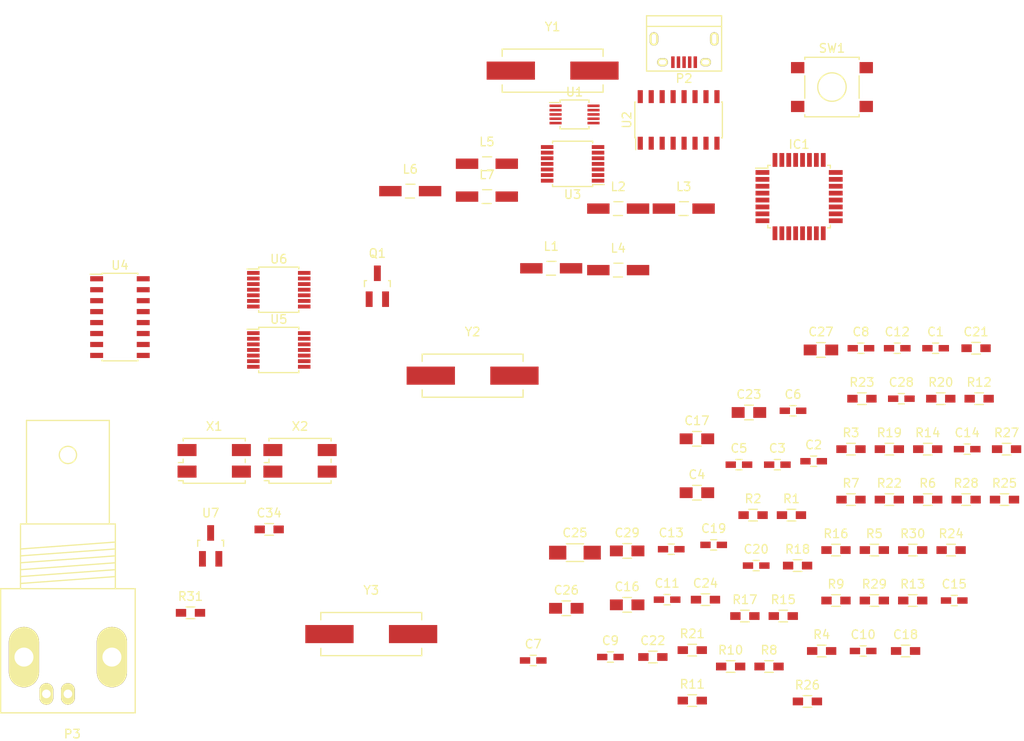
<source format=kicad_pcb>
(kicad_pcb (version 4) (host pcbnew 4.1.0-alpha+201606141242+6933~45~ubuntu15.10.1-product)

  (general
    (links 184)
    (no_connects 184)
    (area 0 0 0 0)
    (thickness 1.6)
    (drawings 0)
    (tracks 0)
    (zones 0)
    (modules 85)
    (nets 103)
  )

  (page A4)
  (layers
    (0 F.Cu signal)
    (31 B.Cu signal)
    (32 B.Adhes user)
    (33 F.Adhes user)
    (34 B.Paste user)
    (35 F.Paste user)
    (36 B.SilkS user)
    (37 F.SilkS user)
    (38 B.Mask user)
    (39 F.Mask user)
    (40 Dwgs.User user)
    (41 Cmts.User user)
    (42 Eco1.User user)
    (43 Eco2.User user)
    (44 Edge.Cuts user)
    (45 Margin user)
    (46 B.CrtYd user)
    (47 F.CrtYd user)
    (48 B.Fab user)
    (49 F.Fab user)
  )

  (setup
    (last_trace_width 0.25)
    (trace_clearance 0.2)
    (zone_clearance 0.508)
    (zone_45_only no)
    (trace_min 0.2)
    (segment_width 0.2)
    (edge_width 0.1)
    (via_size 0.8)
    (via_drill 0.4)
    (via_min_size 0.4)
    (via_min_drill 0.3)
    (uvia_size 0.3)
    (uvia_drill 0.1)
    (uvias_allowed no)
    (uvia_min_size 0.2)
    (uvia_min_drill 0.1)
    (pcb_text_width 0.3)
    (pcb_text_size 1.5 1.5)
    (mod_edge_width 0.15)
    (mod_text_size 1 1)
    (mod_text_width 0.15)
    (pad_size 1.5 1.5)
    (pad_drill 0.6)
    (pad_to_mask_clearance 0)
    (aux_axis_origin 0 0)
    (visible_elements FFFFFF7F)
    (pcbplotparams
      (layerselection 0x00030_ffffffff)
      (usegerberextensions false)
      (excludeedgelayer true)
      (linewidth 0.100000)
      (plotframeref false)
      (viasonmask false)
      (mode 1)
      (useauxorigin false)
      (hpglpennumber 1)
      (hpglpenspeed 20)
      (hpglpendiameter 15)
      (psnegative false)
      (psa4output false)
      (plotreference true)
      (plotvalue true)
      (plotinvisibletext false)
      (padsonsilk false)
      (subtractmaskfromsilk false)
      (outputformat 1)
      (mirror false)
      (drillshape 1)
      (scaleselection 1)
      (outputdirectory ""))
  )

  (net 0 "")
  (net 1 +3V3)
  (net 2 GND)
  (net 3 "Net-(C2-Pad1)")
  (net 4 "Net-(C3-Pad1)")
  (net 5 "Net-(C5-Pad1)")
  (net 6 "Net-(C6-Pad1)")
  (net 7 "Net-(C7-Pad1)")
  (net 8 "Net-(C8-Pad1)")
  (net 9 "Net-(C10-Pad1)")
  (net 10 /XTAL1)
  (net 11 /XTAL2)
  (net 12 "Net-(C13-Pad1)")
  (net 13 /RESET)
  (net 14 "Net-(C15-Pad1)")
  (net 15 "Net-(C15-Pad2)")
  (net 16 /3.3A)
  (net 17 "Net-(C19-Pad1)")
  (net 18 /S_Mixer)
  (net 19 "Net-(C23-Pad1)")
  (net 20 /OUT_I)
  (net 21 "Net-(C24-Pad1)")
  (net 22 "Net-(C25-Pad1)")
  (net 23 "Net-(C26-Pad1)")
  (net 24 "Net-(C29-Pad1)")
  (net 25 /OUT_Q)
  (net 26 "Net-(IC1-Pad1)")
  (net 27 "Net-(IC1-Pad2)")
  (net 28 "Net-(IC1-Pad9)")
  (net 29 "Net-(IC1-Pad10)")
  (net 30 "Net-(IC1-Pad11)")
  (net 31 "Net-(IC1-Pad12)")
  (net 32 "Net-(IC1-Pad13)")
  (net 33 "Net-(IC1-Pad14)")
  (net 34 "Net-(CON1-Pad4)")
  (net 35 "Net-(CON1-Pad1)")
  (net 36 "Net-(CON1-Pad3)")
  (net 37 "Net-(IC1-Pad19)")
  (net 38 "Net-(IC1-Pad20)")
  (net 39 "Net-(IC1-Pad22)")
  (net 40 "Net-(IC1-Pad23)")
  (net 41 "Net-(IC1-Pad24)")
  (net 42 "Net-(IC1-Pad25)")
  (net 43 "Net-(IC1-Pad26)")
  (net 44 /SDA)
  (net 45 /SCL)
  (net 46 /TXD)
  (net 47 /RXD)
  (net 48 /CLK_RST)
  (net 49 /D-)
  (net 50 /D+)
  (net 51 "Net-(P2-Pad4)")
  (net 52 "Net-(P2-Pad6)")
  (net 53 "Net-(Q1-Pad1)")
  (net 54 "Net-(L5-Pad1)")
  (net 55 "Net-(R3-Pad2)")
  (net 56 "Net-(R11-Pad1)")
  (net 57 "Net-(R11-Pad2)")
  (net 58 /V_REF)
  (net 59 "Net-(R13-Pad1)")
  (net 60 "Net-(R14-Pad1)")
  (net 61 "Net-(R15-Pad1)")
  (net 62 "Net-(R16-Pad1)")
  (net 63 "Net-(R19-Pad1)")
  (net 64 "Net-(R19-Pad2)")
  (net 65 "Net-(R23-Pad1)")
  (net 66 "Net-(R24-Pad1)")
  (net 67 "Net-(R26-Pad1)")
  (net 68 "Net-(R27-Pad1)")
  (net 69 "Net-(U1-Pad2)")
  (net 70 "Net-(U1-Pad3)")
  (net 71 "Net-(U1-Pad6)")
  (net 72 "Net-(U1-Pad9)")
  (net 73 /CLK)
  (net 74 "Net-(U3-Pad2)")
  (net 75 "Net-(U3-Pad4)")
  (net 76 /S0)
  (net 77 "Net-(U3-Pad6)")
  (net 78 /S1)
  (net 79 "Net-(U3-Pad13)")
  (net 80 VCC)
  (net 81 "Net-(U4-Pad1)")
  (net 82 /IN_C)
  (net 83 /IN_D)
  (net 84 /IN_B)
  (net 85 /IN_A)
  (net 86 "Net-(U4-Pad9)")
  (net 87 "Net-(U4-Pad10)")
  (net 88 "Net-(U4-Pad11)")
  (net 89 "Net-(U4-Pad12)")
  (net 90 "Net-(U4-Pad13)")
  (net 91 "Net-(U4-Pad15)")
  (net 92 "Net-(U2-Pad9)")
  (net 93 "Net-(U2-Pad10)")
  (net 94 "Net-(U2-Pad11)")
  (net 95 "Net-(U2-Pad12)")
  (net 96 "Net-(U2-Pad13)")
  (net 97 "Net-(U2-Pad14)")
  (net 98 "Net-(U2-Pad15)")
  (net 99 "Net-(C21-Pad1)")
  (net 100 "Net-(P3-Pad2)")
  (net 101 "Net-(P3-Pad1)")
  (net 102 "Net-(R37-Pad1)")

  (net_class Default "This is the default net class."
    (clearance 0.2)
    (trace_width 0.25)
    (via_dia 0.8)
    (via_drill 0.4)
    (uvia_dia 0.3)
    (uvia_drill 0.1)
    (add_net +3V3)
    (add_net /3.3A)
    (add_net /CLK)
    (add_net /CLK_RST)
    (add_net /D+)
    (add_net /D-)
    (add_net /IN_A)
    (add_net /IN_B)
    (add_net /IN_C)
    (add_net /IN_D)
    (add_net /OUT_I)
    (add_net /OUT_Q)
    (add_net /RESET)
    (add_net /RXD)
    (add_net /S0)
    (add_net /S1)
    (add_net /SCL)
    (add_net /SDA)
    (add_net /S_Mixer)
    (add_net /TXD)
    (add_net /V_REF)
    (add_net /XTAL1)
    (add_net /XTAL2)
    (add_net GND)
    (add_net "Net-(C10-Pad1)")
    (add_net "Net-(C13-Pad1)")
    (add_net "Net-(C15-Pad1)")
    (add_net "Net-(C15-Pad2)")
    (add_net "Net-(C19-Pad1)")
    (add_net "Net-(C2-Pad1)")
    (add_net "Net-(C21-Pad1)")
    (add_net "Net-(C23-Pad1)")
    (add_net "Net-(C24-Pad1)")
    (add_net "Net-(C25-Pad1)")
    (add_net "Net-(C26-Pad1)")
    (add_net "Net-(C29-Pad1)")
    (add_net "Net-(C3-Pad1)")
    (add_net "Net-(C5-Pad1)")
    (add_net "Net-(C6-Pad1)")
    (add_net "Net-(C7-Pad1)")
    (add_net "Net-(C8-Pad1)")
    (add_net "Net-(CON1-Pad1)")
    (add_net "Net-(CON1-Pad3)")
    (add_net "Net-(CON1-Pad4)")
    (add_net "Net-(IC1-Pad1)")
    (add_net "Net-(IC1-Pad10)")
    (add_net "Net-(IC1-Pad11)")
    (add_net "Net-(IC1-Pad12)")
    (add_net "Net-(IC1-Pad13)")
    (add_net "Net-(IC1-Pad14)")
    (add_net "Net-(IC1-Pad19)")
    (add_net "Net-(IC1-Pad2)")
    (add_net "Net-(IC1-Pad20)")
    (add_net "Net-(IC1-Pad22)")
    (add_net "Net-(IC1-Pad23)")
    (add_net "Net-(IC1-Pad24)")
    (add_net "Net-(IC1-Pad25)")
    (add_net "Net-(IC1-Pad26)")
    (add_net "Net-(IC1-Pad9)")
    (add_net "Net-(L5-Pad1)")
    (add_net "Net-(P2-Pad4)")
    (add_net "Net-(P2-Pad6)")
    (add_net "Net-(P3-Pad1)")
    (add_net "Net-(P3-Pad2)")
    (add_net "Net-(Q1-Pad1)")
    (add_net "Net-(R11-Pad1)")
    (add_net "Net-(R11-Pad2)")
    (add_net "Net-(R13-Pad1)")
    (add_net "Net-(R14-Pad1)")
    (add_net "Net-(R15-Pad1)")
    (add_net "Net-(R16-Pad1)")
    (add_net "Net-(R19-Pad1)")
    (add_net "Net-(R19-Pad2)")
    (add_net "Net-(R23-Pad1)")
    (add_net "Net-(R24-Pad1)")
    (add_net "Net-(R26-Pad1)")
    (add_net "Net-(R27-Pad1)")
    (add_net "Net-(R3-Pad2)")
    (add_net "Net-(R37-Pad1)")
    (add_net "Net-(U1-Pad2)")
    (add_net "Net-(U1-Pad3)")
    (add_net "Net-(U1-Pad6)")
    (add_net "Net-(U1-Pad9)")
    (add_net "Net-(U2-Pad10)")
    (add_net "Net-(U2-Pad11)")
    (add_net "Net-(U2-Pad12)")
    (add_net "Net-(U2-Pad13)")
    (add_net "Net-(U2-Pad14)")
    (add_net "Net-(U2-Pad15)")
    (add_net "Net-(U2-Pad9)")
    (add_net "Net-(U3-Pad13)")
    (add_net "Net-(U3-Pad2)")
    (add_net "Net-(U3-Pad4)")
    (add_net "Net-(U3-Pad6)")
    (add_net "Net-(U4-Pad1)")
    (add_net "Net-(U4-Pad10)")
    (add_net "Net-(U4-Pad11)")
    (add_net "Net-(U4-Pad12)")
    (add_net "Net-(U4-Pad13)")
    (add_net "Net-(U4-Pad15)")
    (add_net "Net-(U4-Pad9)")
    (add_net VCC)
  )

  (module Capacitors_SMD:C_0603_HandSoldering (layer F.Cu) (tedit 541A9B4D) (tstamp 576B2E9B)
    (at 157.430701 55.044466)
    (descr "Capacitor SMD 0603, hand soldering")
    (tags "capacitor 0603")
    (path /57686415)
    (attr smd)
    (fp_text reference C1 (at 0 -1.9) (layer F.SilkS)
      (effects (font (size 1 1) (thickness 0.15)))
    )
    (fp_text value 0.1uF (at 0 1.9) (layer F.Fab)
      (effects (font (size 1 1) (thickness 0.15)))
    )
    (fp_line (start -1.85 -0.75) (end 1.85 -0.75) (layer F.CrtYd) (width 0.05))
    (fp_line (start -1.85 0.75) (end 1.85 0.75) (layer F.CrtYd) (width 0.05))
    (fp_line (start -1.85 -0.75) (end -1.85 0.75) (layer F.CrtYd) (width 0.05))
    (fp_line (start 1.85 -0.75) (end 1.85 0.75) (layer F.CrtYd) (width 0.05))
    (fp_line (start -0.35 -0.6) (end 0.35 -0.6) (layer F.SilkS) (width 0.15))
    (fp_line (start 0.35 0.6) (end -0.35 0.6) (layer F.SilkS) (width 0.15))
    (pad 1 smd rect (at -0.95 0) (size 1.2 0.75) (layers F.Cu F.Paste F.Mask)
      (net 1 +3V3))
    (pad 2 smd rect (at 0.95 0) (size 1.2 0.75) (layers F.Cu F.Paste F.Mask)
      (net 2 GND))
    (model Capacitors_SMD.3dshapes/C_0603_HandSoldering.wrl
      (at (xyz 0 0 0))
      (scale (xyz 1 1 1))
      (rotate (xyz 0 0 0))
    )
  )

  (module Capacitors_SMD:C_0603_HandSoldering (layer F.Cu) (tedit 541A9B4D) (tstamp 576B2EA1)
    (at 143.292606 68.144466)
    (descr "Capacitor SMD 0603, hand soldering")
    (tags "capacitor 0603")
    (path /57686149)
    (attr smd)
    (fp_text reference C2 (at 0 -1.9) (layer F.SilkS)
      (effects (font (size 1 1) (thickness 0.15)))
    )
    (fp_text value 22pF (at 0 1.9) (layer F.Fab)
      (effects (font (size 1 1) (thickness 0.15)))
    )
    (fp_line (start -1.85 -0.75) (end 1.85 -0.75) (layer F.CrtYd) (width 0.05))
    (fp_line (start -1.85 0.75) (end 1.85 0.75) (layer F.CrtYd) (width 0.05))
    (fp_line (start -1.85 -0.75) (end -1.85 0.75) (layer F.CrtYd) (width 0.05))
    (fp_line (start 1.85 -0.75) (end 1.85 0.75) (layer F.CrtYd) (width 0.05))
    (fp_line (start -0.35 -0.6) (end 0.35 -0.6) (layer F.SilkS) (width 0.15))
    (fp_line (start 0.35 0.6) (end -0.35 0.6) (layer F.SilkS) (width 0.15))
    (pad 1 smd rect (at -0.95 0) (size 1.2 0.75) (layers F.Cu F.Paste F.Mask)
      (net 3 "Net-(C2-Pad1)"))
    (pad 2 smd rect (at 0.95 0) (size 1.2 0.75) (layers F.Cu F.Paste F.Mask)
      (net 2 GND))
    (model Capacitors_SMD.3dshapes/C_0603_HandSoldering.wrl
      (at (xyz 0 0 0))
      (scale (xyz 1 1 1))
      (rotate (xyz 0 0 0))
    )
  )

  (module Capacitors_SMD:C_0603_HandSoldering (layer F.Cu) (tedit 541A9B4D) (tstamp 576B2EA7)
    (at 139.082606 68.544466)
    (descr "Capacitor SMD 0603, hand soldering")
    (tags "capacitor 0603")
    (path /5768628D)
    (attr smd)
    (fp_text reference C3 (at 0 -1.9) (layer F.SilkS)
      (effects (font (size 1 1) (thickness 0.15)))
    )
    (fp_text value 22pF (at 0 1.9) (layer F.Fab)
      (effects (font (size 1 1) (thickness 0.15)))
    )
    (fp_line (start -1.85 -0.75) (end 1.85 -0.75) (layer F.CrtYd) (width 0.05))
    (fp_line (start -1.85 0.75) (end 1.85 0.75) (layer F.CrtYd) (width 0.05))
    (fp_line (start -1.85 -0.75) (end -1.85 0.75) (layer F.CrtYd) (width 0.05))
    (fp_line (start 1.85 -0.75) (end 1.85 0.75) (layer F.CrtYd) (width 0.05))
    (fp_line (start -0.35 -0.6) (end 0.35 -0.6) (layer F.SilkS) (width 0.15))
    (fp_line (start 0.35 0.6) (end -0.35 0.6) (layer F.SilkS) (width 0.15))
    (pad 1 smd rect (at -0.95 0) (size 1.2 0.75) (layers F.Cu F.Paste F.Mask)
      (net 4 "Net-(C3-Pad1)"))
    (pad 2 smd rect (at 0.95 0) (size 1.2 0.75) (layers F.Cu F.Paste F.Mask)
      (net 2 GND))
    (model Capacitors_SMD.3dshapes/C_0603_HandSoldering.wrl
      (at (xyz 0 0 0))
      (scale (xyz 1 1 1))
      (rotate (xyz 0 0 0))
    )
  )

  (module Capacitors_SMD:C_0805_HandSoldering (layer F.Cu) (tedit 541A9B8D) (tstamp 576B2EAD)
    (at 129.759274 71.794466)
    (descr "Capacitor SMD 0805, hand soldering")
    (tags "capacitor 0805")
    (path /576275B8)
    (attr smd)
    (fp_text reference C4 (at 0 -2.1) (layer F.SilkS)
      (effects (font (size 1 1) (thickness 0.15)))
    )
    (fp_text value 10uF (at 0 2.1) (layer F.Fab)
      (effects (font (size 1 1) (thickness 0.15)))
    )
    (fp_line (start -2.3 -1) (end 2.3 -1) (layer F.CrtYd) (width 0.05))
    (fp_line (start -2.3 1) (end 2.3 1) (layer F.CrtYd) (width 0.05))
    (fp_line (start -2.3 -1) (end -2.3 1) (layer F.CrtYd) (width 0.05))
    (fp_line (start 2.3 -1) (end 2.3 1) (layer F.CrtYd) (width 0.05))
    (fp_line (start 0.5 -0.85) (end -0.5 -0.85) (layer F.SilkS) (width 0.15))
    (fp_line (start -0.5 0.85) (end 0.5 0.85) (layer F.SilkS) (width 0.15))
    (pad 1 smd rect (at -1.25 0) (size 1.5 1.25) (layers F.Cu F.Paste F.Mask)
      (net 1 +3V3))
    (pad 2 smd rect (at 1.25 0) (size 1.5 1.25) (layers F.Cu F.Paste F.Mask)
      (net 2 GND))
    (model Capacitors_SMD.3dshapes/C_0805_HandSoldering.wrl
      (at (xyz 0 0 0))
      (scale (xyz 1 1 1))
      (rotate (xyz 0 0 0))
    )
  )

  (module Capacitors_SMD:C_0603_HandSoldering (layer F.Cu) (tedit 541A9B4D) (tstamp 576B2EB3)
    (at 134.630701 68.544466)
    (descr "Capacitor SMD 0603, hand soldering")
    (tags "capacitor 0603")
    (path /57622102)
    (attr smd)
    (fp_text reference C5 (at 0 -1.9) (layer F.SilkS)
      (effects (font (size 1 1) (thickness 0.15)))
    )
    (fp_text value 0.1uF (at 0 1.9) (layer F.Fab)
      (effects (font (size 1 1) (thickness 0.15)))
    )
    (fp_line (start -1.85 -0.75) (end 1.85 -0.75) (layer F.CrtYd) (width 0.05))
    (fp_line (start -1.85 0.75) (end 1.85 0.75) (layer F.CrtYd) (width 0.05))
    (fp_line (start -1.85 -0.75) (end -1.85 0.75) (layer F.CrtYd) (width 0.05))
    (fp_line (start 1.85 -0.75) (end 1.85 0.75) (layer F.CrtYd) (width 0.05))
    (fp_line (start -0.35 -0.6) (end 0.35 -0.6) (layer F.SilkS) (width 0.15))
    (fp_line (start 0.35 0.6) (end -0.35 0.6) (layer F.SilkS) (width 0.15))
    (pad 1 smd rect (at -0.95 0) (size 1.2 0.75) (layers F.Cu F.Paste F.Mask)
      (net 5 "Net-(C5-Pad1)"))
    (pad 2 smd rect (at 0.95 0) (size 1.2 0.75) (layers F.Cu F.Paste F.Mask)
      (net 2 GND))
    (model Capacitors_SMD.3dshapes/C_0603_HandSoldering.wrl
      (at (xyz 0 0 0))
      (scale (xyz 1 1 1))
      (rotate (xyz 0 0 0))
    )
  )

  (module Capacitors_SMD:C_0603_HandSoldering (layer F.Cu) (tedit 541A9B4D) (tstamp 576B2EB9)
    (at 140.898797 62.294466)
    (descr "Capacitor SMD 0603, hand soldering")
    (tags "capacitor 0603")
    (path /57653FE0)
    (attr smd)
    (fp_text reference C6 (at 0 -1.9) (layer F.SilkS)
      (effects (font (size 1 1) (thickness 0.15)))
    )
    (fp_text value 390pF (at 0 1.9) (layer F.Fab)
      (effects (font (size 1 1) (thickness 0.15)))
    )
    (fp_line (start -1.85 -0.75) (end 1.85 -0.75) (layer F.CrtYd) (width 0.05))
    (fp_line (start -1.85 0.75) (end 1.85 0.75) (layer F.CrtYd) (width 0.05))
    (fp_line (start -1.85 -0.75) (end -1.85 0.75) (layer F.CrtYd) (width 0.05))
    (fp_line (start 1.85 -0.75) (end 1.85 0.75) (layer F.CrtYd) (width 0.05))
    (fp_line (start -0.35 -0.6) (end 0.35 -0.6) (layer F.SilkS) (width 0.15))
    (fp_line (start 0.35 0.6) (end -0.35 0.6) (layer F.SilkS) (width 0.15))
    (pad 1 smd rect (at -0.95 0) (size 1.2 0.75) (layers F.Cu F.Paste F.Mask)
      (net 6 "Net-(C6-Pad1)"))
    (pad 2 smd rect (at 0.95 0) (size 1.2 0.75) (layers F.Cu F.Paste F.Mask)
      (net 2 GND))
    (model Capacitors_SMD.3dshapes/C_0603_HandSoldering.wrl
      (at (xyz 0 0 0))
      (scale (xyz 1 1 1))
      (rotate (xyz 0 0 0))
    )
  )

  (module Capacitors_SMD:C_0603_HandSoldering (layer F.Cu) (tedit 541A9B4D) (tstamp 576B2EBF)
    (at 110.778797 91.244466)
    (descr "Capacitor SMD 0603, hand soldering")
    (tags "capacitor 0603")
    (path /576533BC)
    (attr smd)
    (fp_text reference C7 (at 0 -1.9) (layer F.SilkS)
      (effects (font (size 1 1) (thickness 0.15)))
    )
    (fp_text value 680pF (at 0 1.9) (layer F.Fab)
      (effects (font (size 1 1) (thickness 0.15)))
    )
    (fp_line (start -1.85 -0.75) (end 1.85 -0.75) (layer F.CrtYd) (width 0.05))
    (fp_line (start -1.85 0.75) (end 1.85 0.75) (layer F.CrtYd) (width 0.05))
    (fp_line (start -1.85 -0.75) (end -1.85 0.75) (layer F.CrtYd) (width 0.05))
    (fp_line (start 1.85 -0.75) (end 1.85 0.75) (layer F.CrtYd) (width 0.05))
    (fp_line (start -0.35 -0.6) (end 0.35 -0.6) (layer F.SilkS) (width 0.15))
    (fp_line (start 0.35 0.6) (end -0.35 0.6) (layer F.SilkS) (width 0.15))
    (pad 1 smd rect (at -0.95 0) (size 1.2 0.75) (layers F.Cu F.Paste F.Mask)
      (net 7 "Net-(C7-Pad1)"))
    (pad 2 smd rect (at 0.95 0) (size 1.2 0.75) (layers F.Cu F.Paste F.Mask)
      (net 2 GND))
    (model Capacitors_SMD.3dshapes/C_0603_HandSoldering.wrl
      (at (xyz 0 0 0))
      (scale (xyz 1 1 1))
      (rotate (xyz 0 0 0))
    )
  )

  (module Capacitors_SMD:C_0603_HandSoldering (layer F.Cu) (tedit 541A9B4D) (tstamp 576B2EC5)
    (at 148.772606 55.044466)
    (descr "Capacitor SMD 0603, hand soldering")
    (tags "capacitor 0603")
    (path /576ACECD)
    (attr smd)
    (fp_text reference C8 (at 0 -1.9) (layer F.SilkS)
      (effects (font (size 1 1) (thickness 0.15)))
    )
    (fp_text value 22pF (at 0 1.9) (layer F.Fab)
      (effects (font (size 1 1) (thickness 0.15)))
    )
    (fp_line (start -1.85 -0.75) (end 1.85 -0.75) (layer F.CrtYd) (width 0.05))
    (fp_line (start -1.85 0.75) (end 1.85 0.75) (layer F.CrtYd) (width 0.05))
    (fp_line (start -1.85 -0.75) (end -1.85 0.75) (layer F.CrtYd) (width 0.05))
    (fp_line (start 1.85 -0.75) (end 1.85 0.75) (layer F.CrtYd) (width 0.05))
    (fp_line (start -0.35 -0.6) (end 0.35 -0.6) (layer F.SilkS) (width 0.15))
    (fp_line (start 0.35 0.6) (end -0.35 0.6) (layer F.SilkS) (width 0.15))
    (pad 1 smd rect (at -0.95 0) (size 1.2 0.75) (layers F.Cu F.Paste F.Mask)
      (net 8 "Net-(C8-Pad1)"))
    (pad 2 smd rect (at 0.95 0) (size 1.2 0.75) (layers F.Cu F.Paste F.Mask)
      (net 7 "Net-(C7-Pad1)"))
    (model Capacitors_SMD.3dshapes/C_0603_HandSoldering.wrl
      (at (xyz 0 0 0))
      (scale (xyz 1 1 1))
      (rotate (xyz 0 0 0))
    )
  )

  (module Capacitors_SMD:C_0603_HandSoldering (layer F.Cu) (tedit 541A9B4D) (tstamp 576B2ECB)
    (at 119.728797 90.844466)
    (descr "Capacitor SMD 0603, hand soldering")
    (tags "capacitor 0603")
    (path /576AC25C)
    (attr smd)
    (fp_text reference C9 (at 0 -1.9) (layer F.SilkS)
      (effects (font (size 1 1) (thickness 0.15)))
    )
    (fp_text value 680pF (at 0 1.9) (layer F.Fab)
      (effects (font (size 1 1) (thickness 0.15)))
    )
    (fp_line (start -1.85 -0.75) (end 1.85 -0.75) (layer F.CrtYd) (width 0.05))
    (fp_line (start -1.85 0.75) (end 1.85 0.75) (layer F.CrtYd) (width 0.05))
    (fp_line (start -1.85 -0.75) (end -1.85 0.75) (layer F.CrtYd) (width 0.05))
    (fp_line (start 1.85 -0.75) (end 1.85 0.75) (layer F.CrtYd) (width 0.05))
    (fp_line (start -0.35 -0.6) (end 0.35 -0.6) (layer F.SilkS) (width 0.15))
    (fp_line (start 0.35 0.6) (end -0.35 0.6) (layer F.SilkS) (width 0.15))
    (pad 1 smd rect (at -0.95 0) (size 1.2 0.75) (layers F.Cu F.Paste F.Mask)
      (net 8 "Net-(C8-Pad1)"))
    (pad 2 smd rect (at 0.95 0) (size 1.2 0.75) (layers F.Cu F.Paste F.Mask)
      (net 2 GND))
    (model Capacitors_SMD.3dshapes/C_0603_HandSoldering.wrl
      (at (xyz 0 0 0))
      (scale (xyz 1 1 1))
      (rotate (xyz 0 0 0))
    )
  )

  (module Capacitors_SMD:C_0603_HandSoldering (layer F.Cu) (tedit 541A9B4D) (tstamp 576B2ED1)
    (at 149.028797 90.144466)
    (descr "Capacitor SMD 0603, hand soldering")
    (tags "capacitor 0603")
    (path /576ACAB1)
    (attr smd)
    (fp_text reference C10 (at 0 -1.9) (layer F.SilkS)
      (effects (font (size 1 1) (thickness 0.15)))
    )
    (fp_text value 390pF (at 0 1.9) (layer F.Fab)
      (effects (font (size 1 1) (thickness 0.15)))
    )
    (fp_line (start -1.85 -0.75) (end 1.85 -0.75) (layer F.CrtYd) (width 0.05))
    (fp_line (start -1.85 0.75) (end 1.85 0.75) (layer F.CrtYd) (width 0.05))
    (fp_line (start -1.85 -0.75) (end -1.85 0.75) (layer F.CrtYd) (width 0.05))
    (fp_line (start 1.85 -0.75) (end 1.85 0.75) (layer F.CrtYd) (width 0.05))
    (fp_line (start -0.35 -0.6) (end 0.35 -0.6) (layer F.SilkS) (width 0.15))
    (fp_line (start 0.35 0.6) (end -0.35 0.6) (layer F.SilkS) (width 0.15))
    (pad 1 smd rect (at -0.95 0) (size 1.2 0.75) (layers F.Cu F.Paste F.Mask)
      (net 9 "Net-(C10-Pad1)"))
    (pad 2 smd rect (at 0.95 0) (size 1.2 0.75) (layers F.Cu F.Paste F.Mask)
      (net 2 GND))
    (model Capacitors_SMD.3dshapes/C_0603_HandSoldering.wrl
      (at (xyz 0 0 0))
      (scale (xyz 1 1 1))
      (rotate (xyz 0 0 0))
    )
  )

  (module Capacitors_SMD:C_0603_HandSoldering (layer F.Cu) (tedit 541A9B4D) (tstamp 576B2ED7)
    (at 126.302606 84.194466)
    (descr "Capacitor SMD 0603, hand soldering")
    (tags "capacitor 0603")
    (path /5765F183)
    (attr smd)
    (fp_text reference C11 (at 0 -1.9) (layer F.SilkS)
      (effects (font (size 1 1) (thickness 0.15)))
    )
    (fp_text value 22pF (at 0 1.9) (layer F.Fab)
      (effects (font (size 1 1) (thickness 0.15)))
    )
    (fp_line (start -1.85 -0.75) (end 1.85 -0.75) (layer F.CrtYd) (width 0.05))
    (fp_line (start -1.85 0.75) (end 1.85 0.75) (layer F.CrtYd) (width 0.05))
    (fp_line (start -1.85 -0.75) (end -1.85 0.75) (layer F.CrtYd) (width 0.05))
    (fp_line (start 1.85 -0.75) (end 1.85 0.75) (layer F.CrtYd) (width 0.05))
    (fp_line (start -0.35 -0.6) (end 0.35 -0.6) (layer F.SilkS) (width 0.15))
    (fp_line (start 0.35 0.6) (end -0.35 0.6) (layer F.SilkS) (width 0.15))
    (pad 1 smd rect (at -0.95 0) (size 1.2 0.75) (layers F.Cu F.Paste F.Mask)
      (net 10 /XTAL1))
    (pad 2 smd rect (at 0.95 0) (size 1.2 0.75) (layers F.Cu F.Paste F.Mask)
      (net 2 GND))
    (model Capacitors_SMD.3dshapes/C_0603_HandSoldering.wrl
      (at (xyz 0 0 0))
      (scale (xyz 1 1 1))
      (rotate (xyz 0 0 0))
    )
  )

  (module Capacitors_SMD:C_0603_HandSoldering (layer F.Cu) (tedit 541A9B4D) (tstamp 576B2EDD)
    (at 152.982606 55.044466)
    (descr "Capacitor SMD 0603, hand soldering")
    (tags "capacitor 0603")
    (path /57684715)
    (attr smd)
    (fp_text reference C12 (at 0 -1.9) (layer F.SilkS)
      (effects (font (size 1 1) (thickness 0.15)))
    )
    (fp_text value 22pF (at 0 1.9) (layer F.Fab)
      (effects (font (size 1 1) (thickness 0.15)))
    )
    (fp_line (start -1.85 -0.75) (end 1.85 -0.75) (layer F.CrtYd) (width 0.05))
    (fp_line (start -1.85 0.75) (end 1.85 0.75) (layer F.CrtYd) (width 0.05))
    (fp_line (start -1.85 -0.75) (end -1.85 0.75) (layer F.CrtYd) (width 0.05))
    (fp_line (start 1.85 -0.75) (end 1.85 0.75) (layer F.CrtYd) (width 0.05))
    (fp_line (start -0.35 -0.6) (end 0.35 -0.6) (layer F.SilkS) (width 0.15))
    (fp_line (start 0.35 0.6) (end -0.35 0.6) (layer F.SilkS) (width 0.15))
    (pad 1 smd rect (at -0.95 0) (size 1.2 0.75) (layers F.Cu F.Paste F.Mask)
      (net 11 /XTAL2))
    (pad 2 smd rect (at 0.95 0) (size 1.2 0.75) (layers F.Cu F.Paste F.Mask)
      (net 2 GND))
    (model Capacitors_SMD.3dshapes/C_0603_HandSoldering.wrl
      (at (xyz 0 0 0))
      (scale (xyz 1 1 1))
      (rotate (xyz 0 0 0))
    )
  )

  (module Capacitors_SMD:C_0603_HandSoldering (layer F.Cu) (tedit 541A9B4D) (tstamp 576B2EE3)
    (at 126.778797 78.344466)
    (descr "Capacitor SMD 0603, hand soldering")
    (tags "capacitor 0603")
    (path /5763E673)
    (attr smd)
    (fp_text reference C13 (at 0 -1.9) (layer F.SilkS)
      (effects (font (size 1 1) (thickness 0.15)))
    )
    (fp_text value 100nF (at 0 1.9) (layer F.Fab)
      (effects (font (size 1 1) (thickness 0.15)))
    )
    (fp_line (start -1.85 -0.75) (end 1.85 -0.75) (layer F.CrtYd) (width 0.05))
    (fp_line (start -1.85 0.75) (end 1.85 0.75) (layer F.CrtYd) (width 0.05))
    (fp_line (start -1.85 -0.75) (end -1.85 0.75) (layer F.CrtYd) (width 0.05))
    (fp_line (start 1.85 -0.75) (end 1.85 0.75) (layer F.CrtYd) (width 0.05))
    (fp_line (start -0.35 -0.6) (end 0.35 -0.6) (layer F.SilkS) (width 0.15))
    (fp_line (start 0.35 0.6) (end -0.35 0.6) (layer F.SilkS) (width 0.15))
    (pad 1 smd rect (at -0.95 0) (size 1.2 0.75) (layers F.Cu F.Paste F.Mask)
      (net 12 "Net-(C13-Pad1)"))
    (pad 2 smd rect (at 0.95 0) (size 1.2 0.75) (layers F.Cu F.Paste F.Mask)
      (net 9 "Net-(C10-Pad1)"))
    (model Capacitors_SMD.3dshapes/C_0603_HandSoldering.wrl
      (at (xyz 0 0 0))
      (scale (xyz 1 1 1))
      (rotate (xyz 0 0 0))
    )
  )

  (module Capacitors_SMD:C_0603_HandSoldering (layer F.Cu) (tedit 541A9B4D) (tstamp 576B2EE9)
    (at 161.090701 66.744466)
    (descr "Capacitor SMD 0603, hand soldering")
    (tags "capacitor 0603")
    (path /5766B4A9)
    (attr smd)
    (fp_text reference C14 (at 0 -1.9) (layer F.SilkS)
      (effects (font (size 1 1) (thickness 0.15)))
    )
    (fp_text value 0.1uF (at 0 1.9) (layer F.Fab)
      (effects (font (size 1 1) (thickness 0.15)))
    )
    (fp_line (start -1.85 -0.75) (end 1.85 -0.75) (layer F.CrtYd) (width 0.05))
    (fp_line (start -1.85 0.75) (end 1.85 0.75) (layer F.CrtYd) (width 0.05))
    (fp_line (start -1.85 -0.75) (end -1.85 0.75) (layer F.CrtYd) (width 0.05))
    (fp_line (start 1.85 -0.75) (end 1.85 0.75) (layer F.CrtYd) (width 0.05))
    (fp_line (start -0.35 -0.6) (end 0.35 -0.6) (layer F.SilkS) (width 0.15))
    (fp_line (start 0.35 0.6) (end -0.35 0.6) (layer F.SilkS) (width 0.15))
    (pad 1 smd rect (at -0.95 0) (size 1.2 0.75) (layers F.Cu F.Paste F.Mask)
      (net 13 /RESET))
    (pad 2 smd rect (at 0.95 0) (size 1.2 0.75) (layers F.Cu F.Paste F.Mask)
      (net 2 GND))
    (model Capacitors_SMD.3dshapes/C_0603_HandSoldering.wrl
      (at (xyz 0 0 0))
      (scale (xyz 1 1 1))
      (rotate (xyz 0 0 0))
    )
  )

  (module Capacitors_SMD:C_0603_HandSoldering (layer F.Cu) (tedit 541A9B4D) (tstamp 576B2EEF)
    (at 159.588797 84.294466)
    (descr "Capacitor SMD 0603, hand soldering")
    (tags "capacitor 0603")
    (path /5765A149)
    (attr smd)
    (fp_text reference C15 (at 0 -1.9) (layer F.SilkS)
      (effects (font (size 1 1) (thickness 0.15)))
    )
    (fp_text value 100nF (at 0 1.9) (layer F.Fab)
      (effects (font (size 1 1) (thickness 0.15)))
    )
    (fp_line (start -1.85 -0.75) (end 1.85 -0.75) (layer F.CrtYd) (width 0.05))
    (fp_line (start -1.85 0.75) (end 1.85 0.75) (layer F.CrtYd) (width 0.05))
    (fp_line (start -1.85 -0.75) (end -1.85 0.75) (layer F.CrtYd) (width 0.05))
    (fp_line (start 1.85 -0.75) (end 1.85 0.75) (layer F.CrtYd) (width 0.05))
    (fp_line (start -0.35 -0.6) (end 0.35 -0.6) (layer F.SilkS) (width 0.15))
    (fp_line (start 0.35 0.6) (end -0.35 0.6) (layer F.SilkS) (width 0.15))
    (pad 1 smd rect (at -0.95 0) (size 1.2 0.75) (layers F.Cu F.Paste F.Mask)
      (net 14 "Net-(C15-Pad1)"))
    (pad 2 smd rect (at 0.95 0) (size 1.2 0.75) (layers F.Cu F.Paste F.Mask)
      (net 15 "Net-(C15-Pad2)"))
    (model Capacitors_SMD.3dshapes/C_0603_HandSoldering.wrl
      (at (xyz 0 0 0))
      (scale (xyz 1 1 1))
      (rotate (xyz 0 0 0))
    )
  )

  (module Capacitors_SMD:C_0805_HandSoldering (layer F.Cu) (tedit 541A9B8D) (tstamp 576B2EF5)
    (at 121.669274 84.794466)
    (descr "Capacitor SMD 0805, hand soldering")
    (tags "capacitor 0805")
    (path /57665801)
    (attr smd)
    (fp_text reference C16 (at 0 -2.1) (layer F.SilkS)
      (effects (font (size 1 1) (thickness 0.15)))
    )
    (fp_text value 10uF (at 0 2.1) (layer F.Fab)
      (effects (font (size 1 1) (thickness 0.15)))
    )
    (fp_line (start -2.3 -1) (end 2.3 -1) (layer F.CrtYd) (width 0.05))
    (fp_line (start -2.3 1) (end 2.3 1) (layer F.CrtYd) (width 0.05))
    (fp_line (start -2.3 -1) (end -2.3 1) (layer F.CrtYd) (width 0.05))
    (fp_line (start 2.3 -1) (end 2.3 1) (layer F.CrtYd) (width 0.05))
    (fp_line (start 0.5 -0.85) (end -0.5 -0.85) (layer F.SilkS) (width 0.15))
    (fp_line (start -0.5 0.85) (end 0.5 0.85) (layer F.SilkS) (width 0.15))
    (pad 1 smd rect (at -1.25 0) (size 1.5 1.25) (layers F.Cu F.Paste F.Mask)
      (net 16 /3.3A))
    (pad 2 smd rect (at 1.25 0) (size 1.5 1.25) (layers F.Cu F.Paste F.Mask)
      (net 2 GND))
    (model Capacitors_SMD.3dshapes/C_0805_HandSoldering.wrl
      (at (xyz 0 0 0))
      (scale (xyz 1 1 1))
      (rotate (xyz 0 0 0))
    )
  )

  (module Capacitors_SMD:C_0805_HandSoldering (layer F.Cu) (tedit 541A9B8D) (tstamp 576B2EFB)
    (at 129.759274 65.544466)
    (descr "Capacitor SMD 0805, hand soldering")
    (tags "capacitor 0805")
    (path /57690EB1)
    (attr smd)
    (fp_text reference C17 (at 0 -2.1) (layer F.SilkS)
      (effects (font (size 1 1) (thickness 0.15)))
    )
    (fp_text value 10uF (at 0 2.1) (layer F.Fab)
      (effects (font (size 1 1) (thickness 0.15)))
    )
    (fp_line (start -2.3 -1) (end 2.3 -1) (layer F.CrtYd) (width 0.05))
    (fp_line (start -2.3 1) (end 2.3 1) (layer F.CrtYd) (width 0.05))
    (fp_line (start -2.3 -1) (end -2.3 1) (layer F.CrtYd) (width 0.05))
    (fp_line (start 2.3 -1) (end 2.3 1) (layer F.CrtYd) (width 0.05))
    (fp_line (start 0.5 -0.85) (end -0.5 -0.85) (layer F.SilkS) (width 0.15))
    (fp_line (start -0.5 0.85) (end 0.5 0.85) (layer F.SilkS) (width 0.15))
    (pad 1 smd rect (at -1.25 0) (size 1.5 1.25) (layers F.Cu F.Paste F.Mask)
      (net 58 /V_REF))
    (pad 2 smd rect (at 1.25 0) (size 1.5 1.25) (layers F.Cu F.Paste F.Mask)
      (net 2 GND))
    (model Capacitors_SMD.3dshapes/C_0805_HandSoldering.wrl
      (at (xyz 0 0 0))
      (scale (xyz 1 1 1))
      (rotate (xyz 0 0 0))
    )
  )

  (module Resistors_SMD:R_0603_HandSoldering (layer F.Cu) (tedit 5418A00F) (tstamp 576B2F01)
    (at 153.950701 90.144466)
    (descr "Resistor SMD 0603, hand soldering")
    (tags "resistor 0603")
    (path /5767D7AF)
    (attr smd)
    (fp_text reference C18 (at 0 -1.9) (layer F.SilkS)
      (effects (font (size 1 1) (thickness 0.15)))
    )
    (fp_text value 0.1uF (at 0 1.9) (layer F.Fab)
      (effects (font (size 1 1) (thickness 0.15)))
    )
    (fp_line (start -2 -0.8) (end 2 -0.8) (layer F.CrtYd) (width 0.05))
    (fp_line (start -2 0.8) (end 2 0.8) (layer F.CrtYd) (width 0.05))
    (fp_line (start -2 -0.8) (end -2 0.8) (layer F.CrtYd) (width 0.05))
    (fp_line (start 2 -0.8) (end 2 0.8) (layer F.CrtYd) (width 0.05))
    (fp_line (start 0.5 0.675) (end -0.5 0.675) (layer F.SilkS) (width 0.15))
    (fp_line (start -0.5 -0.675) (end 0.5 -0.675) (layer F.SilkS) (width 0.15))
    (pad 1 smd rect (at -1.1 0) (size 1.2 0.9) (layers F.Cu F.Paste F.Mask)
      (net 16 /3.3A))
    (pad 2 smd rect (at 1.1 0) (size 1.2 0.9) (layers F.Cu F.Paste F.Mask)
      (net 2 GND))
    (model Resistors_SMD.3dshapes/R_0603_HandSoldering.wrl
      (at (xyz 0 0 0))
      (scale (xyz 1 1 1))
      (rotate (xyz 0 0 0))
    )
  )

  (module Capacitors_SMD:C_0603_HandSoldering (layer F.Cu) (tedit 541A9B4D) (tstamp 576B2F07)
    (at 131.700701 77.844466)
    (descr "Capacitor SMD 0603, hand soldering")
    (tags "capacitor 0603")
    (path /57666C15)
    (attr smd)
    (fp_text reference C19 (at 0 -1.9) (layer F.SilkS)
      (effects (font (size 1 1) (thickness 0.15)))
    )
    (fp_text value 0.1uF (at 0 1.9) (layer F.Fab)
      (effects (font (size 1 1) (thickness 0.15)))
    )
    (fp_line (start -1.85 -0.75) (end 1.85 -0.75) (layer F.CrtYd) (width 0.05))
    (fp_line (start -1.85 0.75) (end 1.85 0.75) (layer F.CrtYd) (width 0.05))
    (fp_line (start -1.85 -0.75) (end -1.85 0.75) (layer F.CrtYd) (width 0.05))
    (fp_line (start 1.85 -0.75) (end 1.85 0.75) (layer F.CrtYd) (width 0.05))
    (fp_line (start -0.35 -0.6) (end 0.35 -0.6) (layer F.SilkS) (width 0.15))
    (fp_line (start 0.35 0.6) (end -0.35 0.6) (layer F.SilkS) (width 0.15))
    (pad 1 smd rect (at -0.95 0) (size 1.2 0.75) (layers F.Cu F.Paste F.Mask)
      (net 17 "Net-(C19-Pad1)"))
    (pad 2 smd rect (at 0.95 0) (size 1.2 0.75) (layers F.Cu F.Paste F.Mask)
      (net 2 GND))
    (model Capacitors_SMD.3dshapes/C_0603_HandSoldering.wrl
      (at (xyz 0 0 0))
      (scale (xyz 1 1 1))
      (rotate (xyz 0 0 0))
    )
  )

  (module Capacitors_SMD:C_0603_HandSoldering (layer F.Cu) (tedit 541A9B4D) (tstamp 576B2F0D)
    (at 136.628797 80.244466)
    (descr "Capacitor SMD 0603, hand soldering")
    (tags "capacitor 0603")
    (path /5765A859)
    (attr smd)
    (fp_text reference C20 (at 0 -1.9) (layer F.SilkS)
      (effects (font (size 1 1) (thickness 0.15)))
    )
    (fp_text value 100nF (at 0 1.9) (layer F.Fab)
      (effects (font (size 1 1) (thickness 0.15)))
    )
    (fp_line (start -1.85 -0.75) (end 1.85 -0.75) (layer F.CrtYd) (width 0.05))
    (fp_line (start -1.85 0.75) (end 1.85 0.75) (layer F.CrtYd) (width 0.05))
    (fp_line (start -1.85 -0.75) (end -1.85 0.75) (layer F.CrtYd) (width 0.05))
    (fp_line (start 1.85 -0.75) (end 1.85 0.75) (layer F.CrtYd) (width 0.05))
    (fp_line (start -0.35 -0.6) (end 0.35 -0.6) (layer F.SilkS) (width 0.15))
    (fp_line (start 0.35 0.6) (end -0.35 0.6) (layer F.SilkS) (width 0.15))
    (pad 1 smd rect (at -0.95 0) (size 1.2 0.75) (layers F.Cu F.Paste F.Mask)
      (net 18 /S_Mixer))
    (pad 2 smd rect (at 0.95 0) (size 1.2 0.75) (layers F.Cu F.Paste F.Mask)
      (net 14 "Net-(C15-Pad1)"))
    (model Capacitors_SMD.3dshapes/C_0603_HandSoldering.wrl
      (at (xyz 0 0 0))
      (scale (xyz 1 1 1))
      (rotate (xyz 0 0 0))
    )
  )

  (module Resistors_SMD:R_0603_HandSoldering (layer F.Cu) (tedit 5418A00F) (tstamp 576B2F13)
    (at 162.120701 55.044466)
    (descr "Resistor SMD 0603, hand soldering")
    (tags "resistor 0603")
    (path /57693881)
    (attr smd)
    (fp_text reference C21 (at 0 -1.9) (layer F.SilkS)
      (effects (font (size 1 1) (thickness 0.15)))
    )
    (fp_text value 0.1uF (at 0 1.9) (layer F.Fab)
      (effects (font (size 1 1) (thickness 0.15)))
    )
    (fp_line (start -2 -0.8) (end 2 -0.8) (layer F.CrtYd) (width 0.05))
    (fp_line (start -2 0.8) (end 2 0.8) (layer F.CrtYd) (width 0.05))
    (fp_line (start -2 -0.8) (end -2 0.8) (layer F.CrtYd) (width 0.05))
    (fp_line (start 2 -0.8) (end 2 0.8) (layer F.CrtYd) (width 0.05))
    (fp_line (start 0.5 0.675) (end -0.5 0.675) (layer F.SilkS) (width 0.15))
    (fp_line (start -0.5 -0.675) (end 0.5 -0.675) (layer F.SilkS) (width 0.15))
    (pad 1 smd rect (at -1.1 0) (size 1.2 0.9) (layers F.Cu F.Paste F.Mask)
      (net 99 "Net-(C21-Pad1)"))
    (pad 2 smd rect (at 1.1 0) (size 1.2 0.9) (layers F.Cu F.Paste F.Mask)
      (net 2 GND))
    (model Resistors_SMD.3dshapes/R_0603_HandSoldering.wrl
      (at (xyz 0 0 0))
      (scale (xyz 1 1 1))
      (rotate (xyz 0 0 0))
    )
  )

  (module Resistors_SMD:R_0603_HandSoldering (layer F.Cu) (tedit 5418A00F) (tstamp 576B2F19)
    (at 124.650701 90.844466)
    (descr "Resistor SMD 0603, hand soldering")
    (tags "resistor 0603")
    (path /5767BD7B)
    (attr smd)
    (fp_text reference C22 (at 0 -1.9) (layer F.SilkS)
      (effects (font (size 1 1) (thickness 0.15)))
    )
    (fp_text value 0.1uF (at 0 1.9) (layer F.Fab)
      (effects (font (size 1 1) (thickness 0.15)))
    )
    (fp_line (start -2 -0.8) (end 2 -0.8) (layer F.CrtYd) (width 0.05))
    (fp_line (start -2 0.8) (end 2 0.8) (layer F.CrtYd) (width 0.05))
    (fp_line (start -2 -0.8) (end -2 0.8) (layer F.CrtYd) (width 0.05))
    (fp_line (start 2 -0.8) (end 2 0.8) (layer F.CrtYd) (width 0.05))
    (fp_line (start 0.5 0.675) (end -0.5 0.675) (layer F.SilkS) (width 0.15))
    (fp_line (start -0.5 -0.675) (end 0.5 -0.675) (layer F.SilkS) (width 0.15))
    (pad 1 smd rect (at -1.1 0) (size 1.2 0.9) (layers F.Cu F.Paste F.Mask)
      (net 16 /3.3A))
    (pad 2 smd rect (at 1.1 0) (size 1.2 0.9) (layers F.Cu F.Paste F.Mask)
      (net 2 GND))
    (model Resistors_SMD.3dshapes/R_0603_HandSoldering.wrl
      (at (xyz 0 0 0))
      (scale (xyz 1 1 1))
      (rotate (xyz 0 0 0))
    )
  )

  (module Capacitors_SMD:C_0805_HandSoldering (layer F.Cu) (tedit 541A9B8D) (tstamp 576B2F1F)
    (at 135.789274 62.494466)
    (descr "Capacitor SMD 0805, hand soldering")
    (tags "capacitor 0805")
    (path /57637A7D)
    (attr smd)
    (fp_text reference C23 (at 0 -2.1) (layer F.SilkS)
      (effects (font (size 1 1) (thickness 0.15)))
    )
    (fp_text value 10uF (at 0 2.1) (layer F.Fab)
      (effects (font (size 1 1) (thickness 0.15)))
    )
    (fp_line (start -2.3 -1) (end 2.3 -1) (layer F.CrtYd) (width 0.05))
    (fp_line (start -2.3 1) (end 2.3 1) (layer F.CrtYd) (width 0.05))
    (fp_line (start -2.3 -1) (end -2.3 1) (layer F.CrtYd) (width 0.05))
    (fp_line (start 2.3 -1) (end 2.3 1) (layer F.CrtYd) (width 0.05))
    (fp_line (start 0.5 -0.85) (end -0.5 -0.85) (layer F.SilkS) (width 0.15))
    (fp_line (start -0.5 0.85) (end 0.5 0.85) (layer F.SilkS) (width 0.15))
    (pad 1 smd rect (at -1.25 0) (size 1.5 1.25) (layers F.Cu F.Paste F.Mask)
      (net 19 "Net-(C23-Pad1)"))
    (pad 2 smd rect (at 1.25 0) (size 1.5 1.25) (layers F.Cu F.Paste F.Mask)
      (net 20 /OUT_I))
    (model Capacitors_SMD.3dshapes/C_0805_HandSoldering.wrl
      (at (xyz 0 0 0))
      (scale (xyz 1 1 1))
      (rotate (xyz 0 0 0))
    )
  )

  (module Resistors_SMD:R_0603_HandSoldering (layer F.Cu) (tedit 5418A00F) (tstamp 576B2F25)
    (at 130.750701 84.194466)
    (descr "Resistor SMD 0603, hand soldering")
    (tags "resistor 0603")
    (path /5767854C)
    (attr smd)
    (fp_text reference C24 (at 0 -1.9) (layer F.SilkS)
      (effects (font (size 1 1) (thickness 0.15)))
    )
    (fp_text value 0.1uF (at 0 1.9) (layer F.Fab)
      (effects (font (size 1 1) (thickness 0.15)))
    )
    (fp_line (start -2 -0.8) (end 2 -0.8) (layer F.CrtYd) (width 0.05))
    (fp_line (start -2 0.8) (end 2 0.8) (layer F.CrtYd) (width 0.05))
    (fp_line (start -2 -0.8) (end -2 0.8) (layer F.CrtYd) (width 0.05))
    (fp_line (start 2 -0.8) (end 2 0.8) (layer F.CrtYd) (width 0.05))
    (fp_line (start 0.5 0.675) (end -0.5 0.675) (layer F.SilkS) (width 0.15))
    (fp_line (start -0.5 -0.675) (end 0.5 -0.675) (layer F.SilkS) (width 0.15))
    (pad 1 smd rect (at -1.1 0) (size 1.2 0.9) (layers F.Cu F.Paste F.Mask)
      (net 21 "Net-(C24-Pad1)"))
    (pad 2 smd rect (at 1.1 0) (size 1.2 0.9) (layers F.Cu F.Paste F.Mask)
      (net 2 GND))
    (model Resistors_SMD.3dshapes/R_0603_HandSoldering.wrl
      (at (xyz 0 0 0))
      (scale (xyz 1 1 1))
      (rotate (xyz 0 0 0))
    )
  )

  (module Capacitors_SMD:C_1206_HandSoldering (layer F.Cu) (tedit 541A9C03) (tstamp 576B2F2B)
    (at 115.619274 78.744466)
    (descr "Capacitor SMD 1206, hand soldering")
    (tags "capacitor 1206")
    (path /57681F8B)
    (attr smd)
    (fp_text reference C25 (at 0 -2.3) (layer F.SilkS)
      (effects (font (size 1 1) (thickness 0.15)))
    )
    (fp_text value 100uF (at 0 2.3) (layer F.Fab)
      (effects (font (size 1 1) (thickness 0.15)))
    )
    (fp_line (start -3.3 -1.15) (end 3.3 -1.15) (layer F.CrtYd) (width 0.05))
    (fp_line (start -3.3 1.15) (end 3.3 1.15) (layer F.CrtYd) (width 0.05))
    (fp_line (start -3.3 -1.15) (end -3.3 1.15) (layer F.CrtYd) (width 0.05))
    (fp_line (start 3.3 -1.15) (end 3.3 1.15) (layer F.CrtYd) (width 0.05))
    (fp_line (start 1 -1.025) (end -1 -1.025) (layer F.SilkS) (width 0.15))
    (fp_line (start -1 1.025) (end 1 1.025) (layer F.SilkS) (width 0.15))
    (pad 1 smd rect (at -2 0) (size 2 1.6) (layers F.Cu F.Paste F.Mask)
      (net 22 "Net-(C25-Pad1)"))
    (pad 2 smd rect (at 2 0) (size 2 1.6) (layers F.Cu F.Paste F.Mask)
      (net 2 GND))
    (model Capacitors_SMD.3dshapes/C_1206_HandSoldering.wrl
      (at (xyz 0 0 0))
      (scale (xyz 1 1 1))
      (rotate (xyz 0 0 0))
    )
  )

  (module Capacitors_SMD:C_0805_HandSoldering (layer F.Cu) (tedit 541A9B8D) (tstamp 576B2F31)
    (at 114.619274 85.194466)
    (descr "Capacitor SMD 0805, hand soldering")
    (tags "capacitor 0805")
    (path /5762012B)
    (attr smd)
    (fp_text reference C26 (at 0 -2.1) (layer F.SilkS)
      (effects (font (size 1 1) (thickness 0.15)))
    )
    (fp_text value 10uF (at 0 2.1) (layer F.Fab)
      (effects (font (size 1 1) (thickness 0.15)))
    )
    (fp_line (start -2.3 -1) (end 2.3 -1) (layer F.CrtYd) (width 0.05))
    (fp_line (start -2.3 1) (end 2.3 1) (layer F.CrtYd) (width 0.05))
    (fp_line (start -2.3 -1) (end -2.3 1) (layer F.CrtYd) (width 0.05))
    (fp_line (start 2.3 -1) (end 2.3 1) (layer F.CrtYd) (width 0.05))
    (fp_line (start 0.5 -0.85) (end -0.5 -0.85) (layer F.SilkS) (width 0.15))
    (fp_line (start -0.5 0.85) (end 0.5 0.85) (layer F.SilkS) (width 0.15))
    (pad 1 smd rect (at -1.25 0) (size 1.5 1.25) (layers F.Cu F.Paste F.Mask)
      (net 23 "Net-(C26-Pad1)"))
    (pad 2 smd rect (at 1.25 0) (size 1.5 1.25) (layers F.Cu F.Paste F.Mask)
      (net 2 GND))
    (model Capacitors_SMD.3dshapes/C_0805_HandSoldering.wrl
      (at (xyz 0 0 0))
      (scale (xyz 1 1 1))
      (rotate (xyz 0 0 0))
    )
  )

  (module Capacitors_SMD:C_0805_HandSoldering (layer F.Cu) (tedit 541A9B8D) (tstamp 576B2F37)
    (at 144.139274 55.244466)
    (descr "Capacitor SMD 0805, hand soldering")
    (tags "capacitor 0805")
    (path /57681C2F)
    (attr smd)
    (fp_text reference C27 (at 0 -2.1) (layer F.SilkS)
      (effects (font (size 1 1) (thickness 0.15)))
    )
    (fp_text value 10uF (at 0 2.1) (layer F.Fab)
      (effects (font (size 1 1) (thickness 0.15)))
    )
    (fp_line (start -2.3 -1) (end 2.3 -1) (layer F.CrtYd) (width 0.05))
    (fp_line (start -2.3 1) (end 2.3 1) (layer F.CrtYd) (width 0.05))
    (fp_line (start -2.3 -1) (end -2.3 1) (layer F.CrtYd) (width 0.05))
    (fp_line (start 2.3 -1) (end 2.3 1) (layer F.CrtYd) (width 0.05))
    (fp_line (start 0.5 -0.85) (end -0.5 -0.85) (layer F.SilkS) (width 0.15))
    (fp_line (start -0.5 0.85) (end 0.5 0.85) (layer F.SilkS) (width 0.15))
    (pad 1 smd rect (at -1.25 0) (size 1.5 1.25) (layers F.Cu F.Paste F.Mask)
      (net 16 /3.3A))
    (pad 2 smd rect (at 1.25 0) (size 1.5 1.25) (layers F.Cu F.Paste F.Mask)
      (net 2 GND))
    (model Capacitors_SMD.3dshapes/C_0805_HandSoldering.wrl
      (at (xyz 0 0 0))
      (scale (xyz 1 1 1))
      (rotate (xyz 0 0 0))
    )
  )

  (module Capacitors_SMD:C_0603_HandSoldering (layer F.Cu) (tedit 541A9B4D) (tstamp 576B2F3D)
    (at 153.460701 60.894466)
    (descr "Capacitor SMD 0603, hand soldering")
    (tags "capacitor 0603")
    (path /57681D59)
    (attr smd)
    (fp_text reference C28 (at 0 -1.9) (layer F.SilkS)
      (effects (font (size 1 1) (thickness 0.15)))
    )
    (fp_text value 0.1uF (at 0 1.9) (layer F.Fab)
      (effects (font (size 1 1) (thickness 0.15)))
    )
    (fp_line (start -1.85 -0.75) (end 1.85 -0.75) (layer F.CrtYd) (width 0.05))
    (fp_line (start -1.85 0.75) (end 1.85 0.75) (layer F.CrtYd) (width 0.05))
    (fp_line (start -1.85 -0.75) (end -1.85 0.75) (layer F.CrtYd) (width 0.05))
    (fp_line (start 1.85 -0.75) (end 1.85 0.75) (layer F.CrtYd) (width 0.05))
    (fp_line (start -0.35 -0.6) (end 0.35 -0.6) (layer F.SilkS) (width 0.15))
    (fp_line (start 0.35 0.6) (end -0.35 0.6) (layer F.SilkS) (width 0.15))
    (pad 1 smd rect (at -0.95 0) (size 1.2 0.75) (layers F.Cu F.Paste F.Mask)
      (net 16 /3.3A))
    (pad 2 smd rect (at 0.95 0) (size 1.2 0.75) (layers F.Cu F.Paste F.Mask)
      (net 2 GND))
    (model Capacitors_SMD.3dshapes/C_0603_HandSoldering.wrl
      (at (xyz 0 0 0))
      (scale (xyz 1 1 1))
      (rotate (xyz 0 0 0))
    )
  )

  (module Capacitors_SMD:C_0805_HandSoldering (layer F.Cu) (tedit 541A9B8D) (tstamp 576B2F43)
    (at 121.669274 78.544466)
    (descr "Capacitor SMD 0805, hand soldering")
    (tags "capacitor 0805")
    (path /576399AF)
    (attr smd)
    (fp_text reference C29 (at 0 -2.1) (layer F.SilkS)
      (effects (font (size 1 1) (thickness 0.15)))
    )
    (fp_text value 10uF (at 0 2.1) (layer F.Fab)
      (effects (font (size 1 1) (thickness 0.15)))
    )
    (fp_line (start -2.3 -1) (end 2.3 -1) (layer F.CrtYd) (width 0.05))
    (fp_line (start -2.3 1) (end 2.3 1) (layer F.CrtYd) (width 0.05))
    (fp_line (start -2.3 -1) (end -2.3 1) (layer F.CrtYd) (width 0.05))
    (fp_line (start 2.3 -1) (end 2.3 1) (layer F.CrtYd) (width 0.05))
    (fp_line (start 0.5 -0.85) (end -0.5 -0.85) (layer F.SilkS) (width 0.15))
    (fp_line (start -0.5 0.85) (end 0.5 0.85) (layer F.SilkS) (width 0.15))
    (pad 1 smd rect (at -1.25 0) (size 1.5 1.25) (layers F.Cu F.Paste F.Mask)
      (net 24 "Net-(C29-Pad1)"))
    (pad 2 smd rect (at 1.25 0) (size 1.5 1.25) (layers F.Cu F.Paste F.Mask)
      (net 25 /OUT_Q))
    (model Capacitors_SMD.3dshapes/C_0805_HandSoldering.wrl
      (at (xyz 0 0 0))
      (scale (xyz 1 1 1))
      (rotate (xyz 0 0 0))
    )
  )

  (module Housings_QFP:TQFP-32_7x7mm_Pitch0.8mm (layer F.Cu) (tedit 54130A77) (tstamp 576B2F67)
    (at 141.605 37.465)
    (descr "32-Lead Plastic Thin Quad Flatpack (PT) - 7x7x1.0 mm Body, 2.00 mm [TQFP] (see Microchip Packaging Specification 00000049BS.pdf)")
    (tags "QFP 0.8")
    (path /576572C1)
    (attr smd)
    (fp_text reference IC1 (at 0 -6.05) (layer F.SilkS)
      (effects (font (size 1 1) (thickness 0.15)))
    )
    (fp_text value ATMEGA328P-A (at 0 6.05) (layer F.Fab)
      (effects (font (size 1 1) (thickness 0.15)))
    )
    (fp_line (start -5.3 -5.3) (end -5.3 5.3) (layer F.CrtYd) (width 0.05))
    (fp_line (start 5.3 -5.3) (end 5.3 5.3) (layer F.CrtYd) (width 0.05))
    (fp_line (start -5.3 -5.3) (end 5.3 -5.3) (layer F.CrtYd) (width 0.05))
    (fp_line (start -5.3 5.3) (end 5.3 5.3) (layer F.CrtYd) (width 0.05))
    (fp_line (start -3.625 -3.625) (end -3.625 -3.3) (layer F.SilkS) (width 0.15))
    (fp_line (start 3.625 -3.625) (end 3.625 -3.3) (layer F.SilkS) (width 0.15))
    (fp_line (start 3.625 3.625) (end 3.625 3.3) (layer F.SilkS) (width 0.15))
    (fp_line (start -3.625 3.625) (end -3.625 3.3) (layer F.SilkS) (width 0.15))
    (fp_line (start -3.625 -3.625) (end -3.3 -3.625) (layer F.SilkS) (width 0.15))
    (fp_line (start -3.625 3.625) (end -3.3 3.625) (layer F.SilkS) (width 0.15))
    (fp_line (start 3.625 3.625) (end 3.3 3.625) (layer F.SilkS) (width 0.15))
    (fp_line (start 3.625 -3.625) (end 3.3 -3.625) (layer F.SilkS) (width 0.15))
    (fp_line (start -3.625 -3.3) (end -5.05 -3.3) (layer F.SilkS) (width 0.15))
    (pad 1 smd rect (at -4.25 -2.8) (size 1.6 0.55) (layers F.Cu F.Paste F.Mask)
      (net 26 "Net-(IC1-Pad1)"))
    (pad 2 smd rect (at -4.25 -2) (size 1.6 0.55) (layers F.Cu F.Paste F.Mask)
      (net 27 "Net-(IC1-Pad2)"))
    (pad 3 smd rect (at -4.25 -1.2) (size 1.6 0.55) (layers F.Cu F.Paste F.Mask)
      (net 2 GND))
    (pad 4 smd rect (at -4.25 -0.4) (size 1.6 0.55) (layers F.Cu F.Paste F.Mask)
      (net 1 +3V3))
    (pad 5 smd rect (at -4.25 0.4) (size 1.6 0.55) (layers F.Cu F.Paste F.Mask)
      (net 2 GND))
    (pad 6 smd rect (at -4.25 1.2) (size 1.6 0.55) (layers F.Cu F.Paste F.Mask)
      (net 1 +3V3))
    (pad 7 smd rect (at -4.25 2) (size 1.6 0.55) (layers F.Cu F.Paste F.Mask)
      (net 10 /XTAL1))
    (pad 8 smd rect (at -4.25 2.8) (size 1.6 0.55) (layers F.Cu F.Paste F.Mask)
      (net 11 /XTAL2))
    (pad 9 smd rect (at -2.8 4.25 90) (size 1.6 0.55) (layers F.Cu F.Paste F.Mask)
      (net 28 "Net-(IC1-Pad9)"))
    (pad 10 smd rect (at -2 4.25 90) (size 1.6 0.55) (layers F.Cu F.Paste F.Mask)
      (net 29 "Net-(IC1-Pad10)"))
    (pad 11 smd rect (at -1.2 4.25 90) (size 1.6 0.55) (layers F.Cu F.Paste F.Mask)
      (net 30 "Net-(IC1-Pad11)"))
    (pad 12 smd rect (at -0.4 4.25 90) (size 1.6 0.55) (layers F.Cu F.Paste F.Mask)
      (net 31 "Net-(IC1-Pad12)"))
    (pad 13 smd rect (at 0.4 4.25 90) (size 1.6 0.55) (layers F.Cu F.Paste F.Mask)
      (net 32 "Net-(IC1-Pad13)"))
    (pad 14 smd rect (at 1.2 4.25 90) (size 1.6 0.55) (layers F.Cu F.Paste F.Mask)
      (net 33 "Net-(IC1-Pad14)"))
    (pad 15 smd rect (at 2 4.25 90) (size 1.6 0.55) (layers F.Cu F.Paste F.Mask)
      (net 34 "Net-(CON1-Pad4)"))
    (pad 16 smd rect (at 2.8 4.25 90) (size 1.6 0.55) (layers F.Cu F.Paste F.Mask)
      (net 35 "Net-(CON1-Pad1)"))
    (pad 17 smd rect (at 4.25 2.8) (size 1.6 0.55) (layers F.Cu F.Paste F.Mask)
      (net 36 "Net-(CON1-Pad3)"))
    (pad 18 smd rect (at 4.25 2) (size 1.6 0.55) (layers F.Cu F.Paste F.Mask)
      (net 1 +3V3))
    (pad 19 smd rect (at 4.25 1.2) (size 1.6 0.55) (layers F.Cu F.Paste F.Mask)
      (net 37 "Net-(IC1-Pad19)"))
    (pad 20 smd rect (at 4.25 0.4) (size 1.6 0.55) (layers F.Cu F.Paste F.Mask)
      (net 38 "Net-(IC1-Pad20)"))
    (pad 21 smd rect (at 4.25 -0.4) (size 1.6 0.55) (layers F.Cu F.Paste F.Mask)
      (net 2 GND))
    (pad 22 smd rect (at 4.25 -1.2) (size 1.6 0.55) (layers F.Cu F.Paste F.Mask)
      (net 39 "Net-(IC1-Pad22)"))
    (pad 23 smd rect (at 4.25 -2) (size 1.6 0.55) (layers F.Cu F.Paste F.Mask)
      (net 40 "Net-(IC1-Pad23)"))
    (pad 24 smd rect (at 4.25 -2.8) (size 1.6 0.55) (layers F.Cu F.Paste F.Mask)
      (net 41 "Net-(IC1-Pad24)"))
    (pad 25 smd rect (at 2.8 -4.25 90) (size 1.6 0.55) (layers F.Cu F.Paste F.Mask)
      (net 42 "Net-(IC1-Pad25)"))
    (pad 26 smd rect (at 2 -4.25 90) (size 1.6 0.55) (layers F.Cu F.Paste F.Mask)
      (net 43 "Net-(IC1-Pad26)"))
    (pad 27 smd rect (at 1.2 -4.25 90) (size 1.6 0.55) (layers F.Cu F.Paste F.Mask)
      (net 44 /SDA))
    (pad 28 smd rect (at 0.4 -4.25 90) (size 1.6 0.55) (layers F.Cu F.Paste F.Mask)
      (net 45 /SCL))
    (pad 29 smd rect (at -0.4 -4.25 90) (size 1.6 0.55) (layers F.Cu F.Paste F.Mask)
      (net 13 /RESET))
    (pad 30 smd rect (at -1.2 -4.25 90) (size 1.6 0.55) (layers F.Cu F.Paste F.Mask)
      (net 46 /TXD))
    (pad 31 smd rect (at -2 -4.25 90) (size 1.6 0.55) (layers F.Cu F.Paste F.Mask)
      (net 47 /RXD))
    (pad 32 smd rect (at -2.8 -4.25 90) (size 1.6 0.55) (layers F.Cu F.Paste F.Mask)
      (net 48 /CLK_RST))
    (model Housings_QFP.3dshapes/TQFP-32_7x7mm_Pitch0.8mm.wrl
      (at (xyz 0 0 0))
      (scale (xyz 1 1 1))
      (rotate (xyz 0 0 0))
    )
  )

  (module Connect:USB_Micro-B (layer F.Cu) (tedit 5543E447) (tstamp 576B2F74)
    (at 128.27 20.32 180)
    (descr "Micro USB Type B Receptacle")
    (tags "USB USB_B USB_micro USB_OTG")
    (path /5761FC45)
    (attr smd)
    (fp_text reference P2 (at 0 -3.45 180) (layer F.SilkS)
      (effects (font (size 1 1) (thickness 0.15)))
    )
    (fp_text value USB_OTG (at 0 4.8 180) (layer F.Fab)
      (effects (font (size 1 1) (thickness 0.15)))
    )
    (fp_line (start -4.6 -2.8) (end 4.6 -2.8) (layer F.CrtYd) (width 0.05))
    (fp_line (start 4.6 -2.8) (end 4.6 4.05) (layer F.CrtYd) (width 0.05))
    (fp_line (start 4.6 4.05) (end -4.6 4.05) (layer F.CrtYd) (width 0.05))
    (fp_line (start -4.6 4.05) (end -4.6 -2.8) (layer F.CrtYd) (width 0.05))
    (fp_line (start -4.3509 3.81746) (end 4.3491 3.81746) (layer F.SilkS) (width 0.15))
    (fp_line (start -4.3509 -2.58754) (end 4.3491 -2.58754) (layer F.SilkS) (width 0.15))
    (fp_line (start 4.3491 -2.58754) (end 4.3491 3.81746) (layer F.SilkS) (width 0.15))
    (fp_line (start 4.3491 2.58746) (end -4.3509 2.58746) (layer F.SilkS) (width 0.15))
    (fp_line (start -4.3509 3.81746) (end -4.3509 -2.58754) (layer F.SilkS) (width 0.15))
    (pad 1 smd rect (at -1.3009 -1.56254 270) (size 1.35 0.4) (layers F.Cu F.Paste F.Mask)
      (net 22 "Net-(C25-Pad1)"))
    (pad 2 smd rect (at -0.6509 -1.56254 270) (size 1.35 0.4) (layers F.Cu F.Paste F.Mask)
      (net 49 /D-))
    (pad 3 smd rect (at -0.0009 -1.56254 270) (size 1.35 0.4) (layers F.Cu F.Paste F.Mask)
      (net 50 /D+))
    (pad 4 smd rect (at 0.6491 -1.56254 270) (size 1.35 0.4) (layers F.Cu F.Paste F.Mask)
      (net 51 "Net-(P2-Pad4)"))
    (pad 5 smd rect (at 1.2991 -1.56254 270) (size 1.35 0.4) (layers F.Cu F.Paste F.Mask)
      (net 2 GND))
    (pad 6 thru_hole oval (at -2.5009 -1.56254 270) (size 0.95 1.25) (drill oval 0.55 0.85) (layers *.Cu *.Mask F.SilkS)
      (net 52 "Net-(P2-Pad6)"))
    (pad 6 thru_hole oval (at 2.4991 -1.56254 270) (size 0.95 1.25) (drill oval 0.55 0.85) (layers *.Cu *.Mask F.SilkS)
      (net 52 "Net-(P2-Pad6)"))
    (pad 6 thru_hole oval (at -3.5009 1.13746 270) (size 1.55 1) (drill oval 1.15 0.5) (layers *.Cu *.Mask F.SilkS)
      (net 52 "Net-(P2-Pad6)"))
    (pad 6 thru_hole oval (at 3.4991 1.13746 270) (size 1.55 1) (drill oval 1.15 0.5) (layers *.Cu *.Mask F.SilkS)
      (net 52 "Net-(P2-Pad6)"))
  )

  (module Resistors_SMD:R_0603_HandSoldering (layer F.Cu) (tedit 5418A00F) (tstamp 576B2F81)
    (at 140.719274 74.394466)
    (descr "Resistor SMD 0603, hand soldering")
    (tags "resistor 0603")
    (path /57662506)
    (attr smd)
    (fp_text reference R1 (at 0 -1.9) (layer F.SilkS)
      (effects (font (size 1 1) (thickness 0.15)))
    )
    (fp_text value 1k (at 0 1.9) (layer F.Fab)
      (effects (font (size 1 1) (thickness 0.15)))
    )
    (fp_line (start -2 -0.8) (end 2 -0.8) (layer F.CrtYd) (width 0.05))
    (fp_line (start -2 0.8) (end 2 0.8) (layer F.CrtYd) (width 0.05))
    (fp_line (start -2 -0.8) (end -2 0.8) (layer F.CrtYd) (width 0.05))
    (fp_line (start 2 -0.8) (end 2 0.8) (layer F.CrtYd) (width 0.05))
    (fp_line (start 0.5 0.675) (end -0.5 0.675) (layer F.SilkS) (width 0.15))
    (fp_line (start -0.5 -0.675) (end 0.5 -0.675) (layer F.SilkS) (width 0.15))
    (pad 1 smd rect (at -1.1 0) (size 1.2 0.9) (layers F.Cu F.Paste F.Mask)
      (net 44 /SDA))
    (pad 2 smd rect (at 1.1 0) (size 1.2 0.9) (layers F.Cu F.Paste F.Mask)
      (net 5 "Net-(C5-Pad1)"))
    (model Resistors_SMD.3dshapes/R_0603_HandSoldering.wrl
      (at (xyz 0 0 0))
      (scale (xyz 1 1 1))
      (rotate (xyz 0 0 0))
    )
  )

  (module Resistors_SMD:R_0603_HandSoldering (layer F.Cu) (tedit 5418A00F) (tstamp 576B2F87)
    (at 136.269274 74.394466)
    (descr "Resistor SMD 0603, hand soldering")
    (tags "resistor 0603")
    (path /5743713E)
    (attr smd)
    (fp_text reference R2 (at 0 -1.9) (layer F.SilkS)
      (effects (font (size 1 1) (thickness 0.15)))
    )
    (fp_text value 1k (at 0 1.9) (layer F.Fab)
      (effects (font (size 1 1) (thickness 0.15)))
    )
    (fp_line (start -2 -0.8) (end 2 -0.8) (layer F.CrtYd) (width 0.05))
    (fp_line (start -2 0.8) (end 2 0.8) (layer F.CrtYd) (width 0.05))
    (fp_line (start -2 -0.8) (end -2 0.8) (layer F.CrtYd) (width 0.05))
    (fp_line (start 2 -0.8) (end 2 0.8) (layer F.CrtYd) (width 0.05))
    (fp_line (start 0.5 0.675) (end -0.5 0.675) (layer F.SilkS) (width 0.15))
    (fp_line (start -0.5 -0.675) (end 0.5 -0.675) (layer F.SilkS) (width 0.15))
    (pad 1 smd rect (at -1.1 0) (size 1.2 0.9) (layers F.Cu F.Paste F.Mask)
      (net 45 /SCL))
    (pad 2 smd rect (at 1.1 0) (size 1.2 0.9) (layers F.Cu F.Paste F.Mask)
      (net 5 "Net-(C5-Pad1)"))
    (model Resistors_SMD.3dshapes/R_0603_HandSoldering.wrl
      (at (xyz 0 0 0))
      (scale (xyz 1 1 1))
      (rotate (xyz 0 0 0))
    )
  )

  (module Resistors_SMD:R_0603_HandSoldering (layer F.Cu) (tedit 5418A00F) (tstamp 576B2F8D)
    (at 147.619274 66.744466)
    (descr "Resistor SMD 0603, hand soldering")
    (tags "resistor 0603")
    (path /57669DF6)
    (attr smd)
    (fp_text reference R3 (at 0 -1.9) (layer F.SilkS)
      (effects (font (size 1 1) (thickness 0.15)))
    )
    (fp_text value R (at 0 1.9) (layer F.Fab)
      (effects (font (size 1 1) (thickness 0.15)))
    )
    (fp_line (start -2 -0.8) (end 2 -0.8) (layer F.CrtYd) (width 0.05))
    (fp_line (start -2 0.8) (end 2 0.8) (layer F.CrtYd) (width 0.05))
    (fp_line (start -2 -0.8) (end -2 0.8) (layer F.CrtYd) (width 0.05))
    (fp_line (start 2 -0.8) (end 2 0.8) (layer F.CrtYd) (width 0.05))
    (fp_line (start 0.5 0.675) (end -0.5 0.675) (layer F.SilkS) (width 0.15))
    (fp_line (start -0.5 -0.675) (end 0.5 -0.675) (layer F.SilkS) (width 0.15))
    (pad 1 smd rect (at -1.1 0) (size 1.2 0.9) (layers F.Cu F.Paste F.Mask)
      (net 13 /RESET))
    (pad 2 smd rect (at 1.1 0) (size 1.2 0.9) (layers F.Cu F.Paste F.Mask)
      (net 55 "Net-(R3-Pad2)"))
    (model Resistors_SMD.3dshapes/R_0603_HandSoldering.wrl
      (at (xyz 0 0 0))
      (scale (xyz 1 1 1))
      (rotate (xyz 0 0 0))
    )
  )

  (module Resistors_SMD:R_0603_HandSoldering (layer F.Cu) (tedit 5418A00F) (tstamp 576B2F93)
    (at 144.219274 90.144466)
    (descr "Resistor SMD 0603, hand soldering")
    (tags "resistor 0603")
    (path /5763D593)
    (attr smd)
    (fp_text reference R4 (at 0 -1.9) (layer F.SilkS)
      (effects (font (size 1 1) (thickness 0.15)))
    )
    (fp_text value 330 (at 0 1.9) (layer F.Fab)
      (effects (font (size 1 1) (thickness 0.15)))
    )
    (fp_line (start -2 -0.8) (end 2 -0.8) (layer F.CrtYd) (width 0.05))
    (fp_line (start -2 0.8) (end 2 0.8) (layer F.CrtYd) (width 0.05))
    (fp_line (start -2 -0.8) (end -2 0.8) (layer F.CrtYd) (width 0.05))
    (fp_line (start 2 -0.8) (end 2 0.8) (layer F.CrtYd) (width 0.05))
    (fp_line (start 0.5 0.675) (end -0.5 0.675) (layer F.SilkS) (width 0.15))
    (fp_line (start -0.5 -0.675) (end 0.5 -0.675) (layer F.SilkS) (width 0.15))
    (pad 1 smd rect (at -1.1 0) (size 1.2 0.9) (layers F.Cu F.Paste F.Mask)
      (net 15 "Net-(C15-Pad2)"))
    (pad 2 smd rect (at 1.1 0) (size 1.2 0.9) (layers F.Cu F.Paste F.Mask)
      (net 54 "Net-(L5-Pad1)"))
    (model Resistors_SMD.3dshapes/R_0603_HandSoldering.wrl
      (at (xyz 0 0 0))
      (scale (xyz 1 1 1))
      (rotate (xyz 0 0 0))
    )
  )

  (module Resistors_SMD:R_0603_HandSoldering (layer F.Cu) (tedit 5418A00F) (tstamp 576B2F99)
    (at 150.329274 78.444466)
    (descr "Resistor SMD 0603, hand soldering")
    (tags "resistor 0603")
    (path /57638DCC)
    (attr smd)
    (fp_text reference R5 (at 0 -1.9) (layer F.SilkS)
      (effects (font (size 1 1) (thickness 0.15)))
    )
    (fp_text value 6.8k (at 0 1.9) (layer F.Fab)
      (effects (font (size 1 1) (thickness 0.15)))
    )
    (fp_line (start -2 -0.8) (end 2 -0.8) (layer F.CrtYd) (width 0.05))
    (fp_line (start -2 0.8) (end 2 0.8) (layer F.CrtYd) (width 0.05))
    (fp_line (start -2 -0.8) (end -2 0.8) (layer F.CrtYd) (width 0.05))
    (fp_line (start 2 -0.8) (end 2 0.8) (layer F.CrtYd) (width 0.05))
    (fp_line (start 0.5 0.675) (end -0.5 0.675) (layer F.SilkS) (width 0.15))
    (fp_line (start -0.5 -0.675) (end 0.5 -0.675) (layer F.SilkS) (width 0.15))
    (pad 1 smd rect (at -1.1 0) (size 1.2 0.9) (layers F.Cu F.Paste F.Mask)
      (net 14 "Net-(C15-Pad1)"))
    (pad 2 smd rect (at 1.1 0) (size 1.2 0.9) (layers F.Cu F.Paste F.Mask)
      (net 54 "Net-(L5-Pad1)"))
    (model Resistors_SMD.3dshapes/R_0603_HandSoldering.wrl
      (at (xyz 0 0 0))
      (scale (xyz 1 1 1))
      (rotate (xyz 0 0 0))
    )
  )

  (module Resistors_SMD:R_0603_HandSoldering (layer F.Cu) (tedit 5418A00F) (tstamp 576B2F9F)
    (at 156.519274 72.594466)
    (descr "Resistor SMD 0603, hand soldering")
    (tags "resistor 0603")
    (path /5763D45B)
    (attr smd)
    (fp_text reference R6 (at 0 -1.9) (layer F.SilkS)
      (effects (font (size 1 1) (thickness 0.15)))
    )
    (fp_text value 10k (at 0 1.9) (layer F.Fab)
      (effects (font (size 1 1) (thickness 0.15)))
    )
    (fp_line (start -2 -0.8) (end 2 -0.8) (layer F.CrtYd) (width 0.05))
    (fp_line (start -2 0.8) (end 2 0.8) (layer F.CrtYd) (width 0.05))
    (fp_line (start -2 -0.8) (end -2 0.8) (layer F.CrtYd) (width 0.05))
    (fp_line (start 2 -0.8) (end 2 0.8) (layer F.CrtYd) (width 0.05))
    (fp_line (start 0.5 0.675) (end -0.5 0.675) (layer F.SilkS) (width 0.15))
    (fp_line (start -0.5 -0.675) (end 0.5 -0.675) (layer F.SilkS) (width 0.15))
    (pad 1 smd rect (at -1.1 0) (size 1.2 0.9) (layers F.Cu F.Paste F.Mask)
      (net 54 "Net-(L5-Pad1)"))
    (pad 2 smd rect (at 1.1 0) (size 1.2 0.9) (layers F.Cu F.Paste F.Mask)
      (net 2 GND))
    (model Resistors_SMD.3dshapes/R_0603_HandSoldering.wrl
      (at (xyz 0 0 0))
      (scale (xyz 1 1 1))
      (rotate (xyz 0 0 0))
    )
  )

  (module Resistors_SMD:R_0603_HandSoldering (layer F.Cu) (tedit 5418A00F) (tstamp 576B2FA5)
    (at 147.619274 72.594466)
    (descr "Resistor SMD 0603, hand soldering")
    (tags "resistor 0603")
    (path /5763773D)
    (attr smd)
    (fp_text reference R7 (at 0 -1.9) (layer F.SilkS)
      (effects (font (size 1 1) (thickness 0.15)))
    )
    (fp_text value 100 (at 0 1.9) (layer F.Fab)
      (effects (font (size 1 1) (thickness 0.15)))
    )
    (fp_line (start -2 -0.8) (end 2 -0.8) (layer F.CrtYd) (width 0.05))
    (fp_line (start -2 0.8) (end 2 0.8) (layer F.CrtYd) (width 0.05))
    (fp_line (start -2 -0.8) (end -2 0.8) (layer F.CrtYd) (width 0.05))
    (fp_line (start 2 -0.8) (end 2 0.8) (layer F.CrtYd) (width 0.05))
    (fp_line (start 0.5 0.675) (end -0.5 0.675) (layer F.SilkS) (width 0.15))
    (fp_line (start -0.5 -0.675) (end 0.5 -0.675) (layer F.SilkS) (width 0.15))
    (pad 1 smd rect (at -1.1 0) (size 1.2 0.9) (layers F.Cu F.Paste F.Mask)
      (net 16 /3.3A))
    (pad 2 smd rect (at 1.1 0) (size 1.2 0.9) (layers F.Cu F.Paste F.Mask)
      (net 14 "Net-(C15-Pad1)"))
    (model Resistors_SMD.3dshapes/R_0603_HandSoldering.wrl
      (at (xyz 0 0 0))
      (scale (xyz 1 1 1))
      (rotate (xyz 0 0 0))
    )
  )

  (module Resistors_SMD:R_0603_HandSoldering (layer F.Cu) (tedit 5418A00F) (tstamp 576B2FAB)
    (at 138.119274 91.944466)
    (descr "Resistor SMD 0603, hand soldering")
    (tags "resistor 0603")
    (path /5765E8FE)
    (attr smd)
    (fp_text reference R8 (at 0 -1.9) (layer F.SilkS)
      (effects (font (size 1 1) (thickness 0.15)))
    )
    (fp_text value 12 (at 0 1.9) (layer F.Fab)
      (effects (font (size 1 1) (thickness 0.15)))
    )
    (fp_line (start -2 -0.8) (end 2 -0.8) (layer F.CrtYd) (width 0.05))
    (fp_line (start -2 0.8) (end 2 0.8) (layer F.CrtYd) (width 0.05))
    (fp_line (start -2 -0.8) (end -2 0.8) (layer F.CrtYd) (width 0.05))
    (fp_line (start 2 -0.8) (end 2 0.8) (layer F.CrtYd) (width 0.05))
    (fp_line (start 0.5 0.675) (end -0.5 0.675) (layer F.SilkS) (width 0.15))
    (fp_line (start -0.5 -0.675) (end 0.5 -0.675) (layer F.SilkS) (width 0.15))
    (pad 1 smd rect (at -1.1 0) (size 1.2 0.9) (layers F.Cu F.Paste F.Mask)
      (net 53 "Net-(Q1-Pad1)"))
    (pad 2 smd rect (at 1.1 0) (size 1.2 0.9) (layers F.Cu F.Paste F.Mask)
      (net 2 GND))
    (model Resistors_SMD.3dshapes/R_0603_HandSoldering.wrl
      (at (xyz 0 0 0))
      (scale (xyz 1 1 1))
      (rotate (xyz 0 0 0))
    )
  )

  (module Resistors_SMD:R_0603_HandSoldering (layer F.Cu) (tedit 5418A00F) (tstamp 576B2FB1)
    (at 145.879274 84.294466)
    (descr "Resistor SMD 0603, hand soldering")
    (tags "resistor 0603")
    (path /576425ED)
    (attr smd)
    (fp_text reference R9 (at 0 -1.9) (layer F.SilkS)
      (effects (font (size 1 1) (thickness 0.15)))
    )
    (fp_text value R (at 0 1.9) (layer F.Fab)
      (effects (font (size 1 1) (thickness 0.15)))
    )
    (fp_line (start -2 -0.8) (end 2 -0.8) (layer F.CrtYd) (width 0.05))
    (fp_line (start -2 0.8) (end 2 0.8) (layer F.CrtYd) (width 0.05))
    (fp_line (start -2 -0.8) (end -2 0.8) (layer F.CrtYd) (width 0.05))
    (fp_line (start 2 -0.8) (end 2 0.8) (layer F.CrtYd) (width 0.05))
    (fp_line (start 0.5 0.675) (end -0.5 0.675) (layer F.SilkS) (width 0.15))
    (fp_line (start -0.5 -0.675) (end 0.5 -0.675) (layer F.SilkS) (width 0.15))
    (pad 1 smd rect (at -1.1 0) (size 1.2 0.9) (layers F.Cu F.Paste F.Mask)
      (net 17 "Net-(C19-Pad1)"))
    (pad 2 smd rect (at 1.1 0) (size 1.2 0.9) (layers F.Cu F.Paste F.Mask)
      (net 16 /3.3A))
    (model Resistors_SMD.3dshapes/R_0603_HandSoldering.wrl
      (at (xyz 0 0 0))
      (scale (xyz 1 1 1))
      (rotate (xyz 0 0 0))
    )
  )

  (module Resistors_SMD:R_0603_HandSoldering (layer F.Cu) (tedit 5418A00F) (tstamp 576B2FB7)
    (at 133.669274 91.944466)
    (descr "Resistor SMD 0603, hand soldering")
    (tags "resistor 0603")
    (path /576336DE)
    (attr smd)
    (fp_text reference R10 (at 0 -1.9) (layer F.SilkS)
      (effects (font (size 1 1) (thickness 0.15)))
    )
    (fp_text value 100 (at 0 1.9) (layer F.Fab)
      (effects (font (size 1 1) (thickness 0.15)))
    )
    (fp_line (start -2 -0.8) (end 2 -0.8) (layer F.CrtYd) (width 0.05))
    (fp_line (start -2 0.8) (end 2 0.8) (layer F.CrtYd) (width 0.05))
    (fp_line (start -2 -0.8) (end -2 0.8) (layer F.CrtYd) (width 0.05))
    (fp_line (start 2 -0.8) (end 2 0.8) (layer F.CrtYd) (width 0.05))
    (fp_line (start 0.5 0.675) (end -0.5 0.675) (layer F.SilkS) (width 0.15))
    (fp_line (start -0.5 -0.675) (end 0.5 -0.675) (layer F.SilkS) (width 0.15))
    (pad 1 smd rect (at -1.1 0) (size 1.2 0.9) (layers F.Cu F.Paste F.Mask)
      (net 99 "Net-(C21-Pad1)"))
    (pad 2 smd rect (at 1.1 0) (size 1.2 0.9) (layers F.Cu F.Paste F.Mask)
      (net 58 /V_REF))
    (model Resistors_SMD.3dshapes/R_0603_HandSoldering.wrl
      (at (xyz 0 0 0))
      (scale (xyz 1 1 1))
      (rotate (xyz 0 0 0))
    )
  )

  (module Resistors_SMD:R_0603_HandSoldering (layer F.Cu) (tedit 5418A00F) (tstamp 576B2FBD)
    (at 129.219274 95.894466)
    (descr "Resistor SMD 0603, hand soldering")
    (tags "resistor 0603")
    (path /5762DB2C)
    (attr smd)
    (fp_text reference R11 (at 0 -1.9) (layer F.SilkS)
      (effects (font (size 1 1) (thickness 0.15)))
    )
    (fp_text value R (at 0 1.9) (layer F.Fab)
      (effects (font (size 1 1) (thickness 0.15)))
    )
    (fp_line (start -2 -0.8) (end 2 -0.8) (layer F.CrtYd) (width 0.05))
    (fp_line (start -2 0.8) (end 2 0.8) (layer F.CrtYd) (width 0.05))
    (fp_line (start -2 -0.8) (end -2 0.8) (layer F.CrtYd) (width 0.05))
    (fp_line (start 2 -0.8) (end 2 0.8) (layer F.CrtYd) (width 0.05))
    (fp_line (start 0.5 0.675) (end -0.5 0.675) (layer F.SilkS) (width 0.15))
    (fp_line (start -0.5 -0.675) (end 0.5 -0.675) (layer F.SilkS) (width 0.15))
    (pad 1 smd rect (at -1.1 0) (size 1.2 0.9) (layers F.Cu F.Paste F.Mask)
      (net 56 "Net-(R11-Pad1)"))
    (pad 2 smd rect (at 1.1 0) (size 1.2 0.9) (layers F.Cu F.Paste F.Mask)
      (net 57 "Net-(R11-Pad2)"))
    (model Resistors_SMD.3dshapes/R_0603_HandSoldering.wrl
      (at (xyz 0 0 0))
      (scale (xyz 1 1 1))
      (rotate (xyz 0 0 0))
    )
  )

  (module Resistors_SMD:R_0603_HandSoldering (layer F.Cu) (tedit 5418A00F) (tstamp 576B2FC3)
    (at 162.479274 60.894466)
    (descr "Resistor SMD 0603, hand soldering")
    (tags "resistor 0603")
    (path /5768C6D0)
    (attr smd)
    (fp_text reference R12 (at 0 -1.9) (layer F.SilkS)
      (effects (font (size 1 1) (thickness 0.15)))
    )
    (fp_text value 100k (at 0 1.9) (layer F.Fab)
      (effects (font (size 1 1) (thickness 0.15)))
    )
    (fp_line (start -2 -0.8) (end 2 -0.8) (layer F.CrtYd) (width 0.05))
    (fp_line (start -2 0.8) (end 2 0.8) (layer F.CrtYd) (width 0.05))
    (fp_line (start -2 -0.8) (end -2 0.8) (layer F.CrtYd) (width 0.05))
    (fp_line (start 2 -0.8) (end 2 0.8) (layer F.CrtYd) (width 0.05))
    (fp_line (start 0.5 0.675) (end -0.5 0.675) (layer F.SilkS) (width 0.15))
    (fp_line (start -0.5 -0.675) (end 0.5 -0.675) (layer F.SilkS) (width 0.15))
    (pad 1 smd rect (at -1.1 0) (size 1.2 0.9) (layers F.Cu F.Paste F.Mask)
      (net 99 "Net-(C21-Pad1)"))
    (pad 2 smd rect (at 1.1 0) (size 1.2 0.9) (layers F.Cu F.Paste F.Mask)
      (net 18 /S_Mixer))
    (model Resistors_SMD.3dshapes/R_0603_HandSoldering.wrl
      (at (xyz 0 0 0))
      (scale (xyz 1 1 1))
      (rotate (xyz 0 0 0))
    )
  )

  (module Resistors_SMD:R_0603_HandSoldering (layer F.Cu) (tedit 5418A00F) (tstamp 576B2FC9)
    (at 154.779274 84.294466)
    (descr "Resistor SMD 0603, hand soldering")
    (tags "resistor 0603")
    (path /57671097)
    (attr smd)
    (fp_text reference R13 (at 0 -1.9) (layer F.SilkS)
      (effects (font (size 1 1) (thickness 0.15)))
    )
    (fp_text value 3.3k (at 0 1.9) (layer F.Fab)
      (effects (font (size 1 1) (thickness 0.15)))
    )
    (fp_line (start -2 -0.8) (end 2 -0.8) (layer F.CrtYd) (width 0.05))
    (fp_line (start -2 0.8) (end 2 0.8) (layer F.CrtYd) (width 0.05))
    (fp_line (start -2 -0.8) (end -2 0.8) (layer F.CrtYd) (width 0.05))
    (fp_line (start 2 -0.8) (end 2 0.8) (layer F.CrtYd) (width 0.05))
    (fp_line (start 0.5 0.675) (end -0.5 0.675) (layer F.SilkS) (width 0.15))
    (fp_line (start -0.5 -0.675) (end 0.5 -0.675) (layer F.SilkS) (width 0.15))
    (pad 1 smd rect (at -1.1 0) (size 1.2 0.9) (layers F.Cu F.Paste F.Mask)
      (net 59 "Net-(R13-Pad1)"))
    (pad 2 smd rect (at 1.1 0) (size 1.2 0.9) (layers F.Cu F.Paste F.Mask)
      (net 57 "Net-(R11-Pad2)"))
    (model Resistors_SMD.3dshapes/R_0603_HandSoldering.wrl
      (at (xyz 0 0 0))
      (scale (xyz 1 1 1))
      (rotate (xyz 0 0 0))
    )
  )

  (module Resistors_SMD:R_0603_HandSoldering (layer F.Cu) (tedit 5418A00F) (tstamp 576B2FCF)
    (at 156.519274 66.744466)
    (descr "Resistor SMD 0603, hand soldering")
    (tags "resistor 0603")
    (path /576704DB)
    (attr smd)
    (fp_text reference R14 (at 0 -1.9) (layer F.SilkS)
      (effects (font (size 1 1) (thickness 0.15)))
    )
    (fp_text value 3.3k (at 0 1.9) (layer F.Fab)
      (effects (font (size 1 1) (thickness 0.15)))
    )
    (fp_line (start -2 -0.8) (end 2 -0.8) (layer F.CrtYd) (width 0.05))
    (fp_line (start -2 0.8) (end 2 0.8) (layer F.CrtYd) (width 0.05))
    (fp_line (start -2 -0.8) (end -2 0.8) (layer F.CrtYd) (width 0.05))
    (fp_line (start 2 -0.8) (end 2 0.8) (layer F.CrtYd) (width 0.05))
    (fp_line (start 0.5 0.675) (end -0.5 0.675) (layer F.SilkS) (width 0.15))
    (fp_line (start -0.5 -0.675) (end 0.5 -0.675) (layer F.SilkS) (width 0.15))
    (pad 1 smd rect (at -1.1 0) (size 1.2 0.9) (layers F.Cu F.Paste F.Mask)
      (net 60 "Net-(R14-Pad1)"))
    (pad 2 smd rect (at 1.1 0) (size 1.2 0.9) (layers F.Cu F.Paste F.Mask)
      (net 56 "Net-(R11-Pad1)"))
    (model Resistors_SMD.3dshapes/R_0603_HandSoldering.wrl
      (at (xyz 0 0 0))
      (scale (xyz 1 1 1))
      (rotate (xyz 0 0 0))
    )
  )

  (module Resistors_SMD:R_0603_HandSoldering (layer F.Cu) (tedit 5418A00F) (tstamp 576B2FD5)
    (at 139.769274 86.094466)
    (descr "Resistor SMD 0603, hand soldering")
    (tags "resistor 0603")
    (path /5762B40E)
    (attr smd)
    (fp_text reference R15 (at 0 -1.9) (layer F.SilkS)
      (effects (font (size 1 1) (thickness 0.15)))
    )
    (fp_text value 5.6k (at 0 1.9) (layer F.Fab)
      (effects (font (size 1 1) (thickness 0.15)))
    )
    (fp_line (start -2 -0.8) (end 2 -0.8) (layer F.CrtYd) (width 0.05))
    (fp_line (start -2 0.8) (end 2 0.8) (layer F.CrtYd) (width 0.05))
    (fp_line (start -2 -0.8) (end -2 0.8) (layer F.CrtYd) (width 0.05))
    (fp_line (start 2 -0.8) (end 2 0.8) (layer F.CrtYd) (width 0.05))
    (fp_line (start 0.5 0.675) (end -0.5 0.675) (layer F.SilkS) (width 0.15))
    (fp_line (start -0.5 -0.675) (end 0.5 -0.675) (layer F.SilkS) (width 0.15))
    (pad 1 smd rect (at -1.1 0) (size 1.2 0.9) (layers F.Cu F.Paste F.Mask)
      (net 61 "Net-(R15-Pad1)"))
    (pad 2 smd rect (at 1.1 0) (size 1.2 0.9) (layers F.Cu F.Paste F.Mask)
      (net 59 "Net-(R13-Pad1)"))
    (model Resistors_SMD.3dshapes/R_0603_HandSoldering.wrl
      (at (xyz 0 0 0))
      (scale (xyz 1 1 1))
      (rotate (xyz 0 0 0))
    )
  )

  (module Resistors_SMD:R_0603_HandSoldering (layer F.Cu) (tedit 5418A00F) (tstamp 576B2FDB)
    (at 145.879274 78.444466)
    (descr "Resistor SMD 0603, hand soldering")
    (tags "resistor 0603")
    (path /5766AB8E)
    (attr smd)
    (fp_text reference R16 (at 0 -1.9) (layer F.SilkS)
      (effects (font (size 1 1) (thickness 0.15)))
    )
    (fp_text value 5.6k (at 0 1.9) (layer F.Fab)
      (effects (font (size 1 1) (thickness 0.15)))
    )
    (fp_line (start -2 -0.8) (end 2 -0.8) (layer F.CrtYd) (width 0.05))
    (fp_line (start -2 0.8) (end 2 0.8) (layer F.CrtYd) (width 0.05))
    (fp_line (start -2 -0.8) (end -2 0.8) (layer F.CrtYd) (width 0.05))
    (fp_line (start 2 -0.8) (end 2 0.8) (layer F.CrtYd) (width 0.05))
    (fp_line (start 0.5 0.675) (end -0.5 0.675) (layer F.SilkS) (width 0.15))
    (fp_line (start -0.5 -0.675) (end 0.5 -0.675) (layer F.SilkS) (width 0.15))
    (pad 1 smd rect (at -1.1 0) (size 1.2 0.9) (layers F.Cu F.Paste F.Mask)
      (net 62 "Net-(R16-Pad1)"))
    (pad 2 smd rect (at 1.1 0) (size 1.2 0.9) (layers F.Cu F.Paste F.Mask)
      (net 60 "Net-(R14-Pad1)"))
    (model Resistors_SMD.3dshapes/R_0603_HandSoldering.wrl
      (at (xyz 0 0 0))
      (scale (xyz 1 1 1))
      (rotate (xyz 0 0 0))
    )
  )

  (module Resistors_SMD:R_0603_HandSoldering (layer F.Cu) (tedit 5418A00F) (tstamp 576B2FE1)
    (at 135.319274 86.094466)
    (descr "Resistor SMD 0603, hand soldering")
    (tags "resistor 0603")
    (path /5766AA6D)
    (attr smd)
    (fp_text reference R17 (at 0 -1.9) (layer F.SilkS)
      (effects (font (size 1 1) (thickness 0.15)))
    )
    (fp_text value 5.6k (at 0 1.9) (layer F.Fab)
      (effects (font (size 1 1) (thickness 0.15)))
    )
    (fp_line (start -2 -0.8) (end 2 -0.8) (layer F.CrtYd) (width 0.05))
    (fp_line (start -2 0.8) (end 2 0.8) (layer F.CrtYd) (width 0.05))
    (fp_line (start -2 -0.8) (end -2 0.8) (layer F.CrtYd) (width 0.05))
    (fp_line (start 2 -0.8) (end 2 0.8) (layer F.CrtYd) (width 0.05))
    (fp_line (start 0.5 0.675) (end -0.5 0.675) (layer F.SilkS) (width 0.15))
    (fp_line (start -0.5 -0.675) (end 0.5 -0.675) (layer F.SilkS) (width 0.15))
    (pad 1 smd rect (at -1.1 0) (size 1.2 0.9) (layers F.Cu F.Paste F.Mask)
      (net 19 "Net-(C23-Pad1)"))
    (pad 2 smd rect (at 1.1 0) (size 1.2 0.9) (layers F.Cu F.Paste F.Mask)
      (net 61 "Net-(R15-Pad1)"))
    (model Resistors_SMD.3dshapes/R_0603_HandSoldering.wrl
      (at (xyz 0 0 0))
      (scale (xyz 1 1 1))
      (rotate (xyz 0 0 0))
    )
  )

  (module Resistors_SMD:R_0603_HandSoldering (layer F.Cu) (tedit 5418A00F) (tstamp 576B2FE7)
    (at 141.429274 80.244466)
    (descr "Resistor SMD 0603, hand soldering")
    (tags "resistor 0603")
    (path /5766AF1C)
    (attr smd)
    (fp_text reference R18 (at 0 -1.9) (layer F.SilkS)
      (effects (font (size 1 1) (thickness 0.15)))
    )
    (fp_text value 5.6k (at 0 1.9) (layer F.Fab)
      (effects (font (size 1 1) (thickness 0.15)))
    )
    (fp_line (start -2 -0.8) (end 2 -0.8) (layer F.CrtYd) (width 0.05))
    (fp_line (start -2 0.8) (end 2 0.8) (layer F.CrtYd) (width 0.05))
    (fp_line (start -2 -0.8) (end -2 0.8) (layer F.CrtYd) (width 0.05))
    (fp_line (start 2 -0.8) (end 2 0.8) (layer F.CrtYd) (width 0.05))
    (fp_line (start 0.5 0.675) (end -0.5 0.675) (layer F.SilkS) (width 0.15))
    (fp_line (start -0.5 -0.675) (end 0.5 -0.675) (layer F.SilkS) (width 0.15))
    (pad 1 smd rect (at -1.1 0) (size 1.2 0.9) (layers F.Cu F.Paste F.Mask)
      (net 58 /V_REF))
    (pad 2 smd rect (at 1.1 0) (size 1.2 0.9) (layers F.Cu F.Paste F.Mask)
      (net 62 "Net-(R16-Pad1)"))
    (model Resistors_SMD.3dshapes/R_0603_HandSoldering.wrl
      (at (xyz 0 0 0))
      (scale (xyz 1 1 1))
      (rotate (xyz 0 0 0))
    )
  )

  (module Resistors_SMD:R_0603_HandSoldering (layer F.Cu) (tedit 5418A00F) (tstamp 576B2FED)
    (at 152.069274 66.744466)
    (descr "Resistor SMD 0603, hand soldering")
    (tags "resistor 0603")
    (path /5762F95A)
    (attr smd)
    (fp_text reference R19 (at 0 -1.9) (layer F.SilkS)
      (effects (font (size 1 1) (thickness 0.15)))
    )
    (fp_text value R (at 0 1.9) (layer F.Fab)
      (effects (font (size 1 1) (thickness 0.15)))
    )
    (fp_line (start -2 -0.8) (end 2 -0.8) (layer F.CrtYd) (width 0.05))
    (fp_line (start -2 0.8) (end 2 0.8) (layer F.CrtYd) (width 0.05))
    (fp_line (start -2 -0.8) (end -2 0.8) (layer F.CrtYd) (width 0.05))
    (fp_line (start 2 -0.8) (end 2 0.8) (layer F.CrtYd) (width 0.05))
    (fp_line (start 0.5 0.675) (end -0.5 0.675) (layer F.SilkS) (width 0.15))
    (fp_line (start -0.5 -0.675) (end 0.5 -0.675) (layer F.SilkS) (width 0.15))
    (pad 1 smd rect (at -1.1 0) (size 1.2 0.9) (layers F.Cu F.Paste F.Mask)
      (net 63 "Net-(R19-Pad1)"))
    (pad 2 smd rect (at 1.1 0) (size 1.2 0.9) (layers F.Cu F.Paste F.Mask)
      (net 64 "Net-(R19-Pad2)"))
    (model Resistors_SMD.3dshapes/R_0603_HandSoldering.wrl
      (at (xyz 0 0 0))
      (scale (xyz 1 1 1))
      (rotate (xyz 0 0 0))
    )
  )

  (module Resistors_SMD:R_0603_HandSoldering (layer F.Cu) (tedit 5418A00F) (tstamp 576B2FF3)
    (at 158.029274 60.894466)
    (descr "Resistor SMD 0603, hand soldering")
    (tags "resistor 0603")
    (path /57646E18)
    (attr smd)
    (fp_text reference R20 (at 0 -1.9) (layer F.SilkS)
      (effects (font (size 1 1) (thickness 0.15)))
    )
    (fp_text value 10k (at 0 1.9) (layer F.Fab)
      (effects (font (size 1 1) (thickness 0.15)))
    )
    (fp_line (start -2 -0.8) (end 2 -0.8) (layer F.CrtYd) (width 0.05))
    (fp_line (start -2 0.8) (end 2 0.8) (layer F.CrtYd) (width 0.05))
    (fp_line (start -2 -0.8) (end -2 0.8) (layer F.CrtYd) (width 0.05))
    (fp_line (start 2 -0.8) (end 2 0.8) (layer F.CrtYd) (width 0.05))
    (fp_line (start 0.5 0.675) (end -0.5 0.675) (layer F.SilkS) (width 0.15))
    (fp_line (start -0.5 -0.675) (end 0.5 -0.675) (layer F.SilkS) (width 0.15))
    (pad 1 smd rect (at -1.1 0) (size 1.2 0.9) (layers F.Cu F.Paste F.Mask)
      (net 21 "Net-(C24-Pad1)"))
    (pad 2 smd rect (at 1.1 0) (size 1.2 0.9) (layers F.Cu F.Paste F.Mask)
      (net 16 /3.3A))
    (model Resistors_SMD.3dshapes/R_0603_HandSoldering.wrl
      (at (xyz 0 0 0))
      (scale (xyz 1 1 1))
      (rotate (xyz 0 0 0))
    )
  )

  (module Resistors_SMD:R_0603_HandSoldering (layer F.Cu) (tedit 5418A00F) (tstamp 576B2FF9)
    (at 129.219274 90.044466)
    (descr "Resistor SMD 0603, hand soldering")
    (tags "resistor 0603")
    (path /57677971)
    (attr smd)
    (fp_text reference R21 (at 0 -1.9) (layer F.SilkS)
      (effects (font (size 1 1) (thickness 0.15)))
    )
    (fp_text value 10k (at 0 1.9) (layer F.Fab)
      (effects (font (size 1 1) (thickness 0.15)))
    )
    (fp_line (start -2 -0.8) (end 2 -0.8) (layer F.CrtYd) (width 0.05))
    (fp_line (start -2 0.8) (end 2 0.8) (layer F.CrtYd) (width 0.05))
    (fp_line (start -2 -0.8) (end -2 0.8) (layer F.CrtYd) (width 0.05))
    (fp_line (start 2 -0.8) (end 2 0.8) (layer F.CrtYd) (width 0.05))
    (fp_line (start 0.5 0.675) (end -0.5 0.675) (layer F.SilkS) (width 0.15))
    (fp_line (start -0.5 -0.675) (end 0.5 -0.675) (layer F.SilkS) (width 0.15))
    (pad 1 smd rect (at -1.1 0) (size 1.2 0.9) (layers F.Cu F.Paste F.Mask)
      (net 2 GND))
    (pad 2 smd rect (at 1.1 0) (size 1.2 0.9) (layers F.Cu F.Paste F.Mask)
      (net 21 "Net-(C24-Pad1)"))
    (model Resistors_SMD.3dshapes/R_0603_HandSoldering.wrl
      (at (xyz 0 0 0))
      (scale (xyz 1 1 1))
      (rotate (xyz 0 0 0))
    )
  )

  (module Resistors_SMD:R_0603_HandSoldering (layer F.Cu) (tedit 5418A00F) (tstamp 576B2FFF)
    (at 152.069274 72.594466)
    (descr "Resistor SMD 0603, hand soldering")
    (tags "resistor 0603")
    (path /57674715)
    (attr smd)
    (fp_text reference R22 (at 0 -1.9) (layer F.SilkS)
      (effects (font (size 1 1) (thickness 0.15)))
    )
    (fp_text value 100k (at 0 1.9) (layer F.Fab)
      (effects (font (size 1 1) (thickness 0.15)))
    )
    (fp_line (start -2 -0.8) (end 2 -0.8) (layer F.CrtYd) (width 0.05))
    (fp_line (start -2 0.8) (end 2 0.8) (layer F.CrtYd) (width 0.05))
    (fp_line (start -2 -0.8) (end -2 0.8) (layer F.CrtYd) (width 0.05))
    (fp_line (start 2 -0.8) (end 2 0.8) (layer F.CrtYd) (width 0.05))
    (fp_line (start 0.5 0.675) (end -0.5 0.675) (layer F.SilkS) (width 0.15))
    (fp_line (start -0.5 -0.675) (end 0.5 -0.675) (layer F.SilkS) (width 0.15))
    (pad 1 smd rect (at -1.1 0) (size 1.2 0.9) (layers F.Cu F.Paste F.Mask)
      (net 2 GND))
    (pad 2 smd rect (at 1.1 0) (size 1.2 0.9) (layers F.Cu F.Paste F.Mask)
      (net 20 /OUT_I))
    (model Resistors_SMD.3dshapes/R_0603_HandSoldering.wrl
      (at (xyz 0 0 0))
      (scale (xyz 1 1 1))
      (rotate (xyz 0 0 0))
    )
  )

  (module Resistors_SMD:R_0603_HandSoldering (layer F.Cu) (tedit 5418A00F) (tstamp 576B3005)
    (at 148.889274 60.894466)
    (descr "Resistor SMD 0603, hand soldering")
    (tags "resistor 0603")
    (path /5762F91B)
    (attr smd)
    (fp_text reference R23 (at 0 -1.9) (layer F.SilkS)
      (effects (font (size 1 1) (thickness 0.15)))
    )
    (fp_text value 3.3k (at 0 1.9) (layer F.Fab)
      (effects (font (size 1 1) (thickness 0.15)))
    )
    (fp_line (start -2 -0.8) (end 2 -0.8) (layer F.CrtYd) (width 0.05))
    (fp_line (start -2 0.8) (end 2 0.8) (layer F.CrtYd) (width 0.05))
    (fp_line (start -2 -0.8) (end -2 0.8) (layer F.CrtYd) (width 0.05))
    (fp_line (start 2 -0.8) (end 2 0.8) (layer F.CrtYd) (width 0.05))
    (fp_line (start 0.5 0.675) (end -0.5 0.675) (layer F.SilkS) (width 0.15))
    (fp_line (start -0.5 -0.675) (end 0.5 -0.675) (layer F.SilkS) (width 0.15))
    (pad 1 smd rect (at -1.1 0) (size 1.2 0.9) (layers F.Cu F.Paste F.Mask)
      (net 65 "Net-(R23-Pad1)"))
    (pad 2 smd rect (at 1.1 0) (size 1.2 0.9) (layers F.Cu F.Paste F.Mask)
      (net 64 "Net-(R19-Pad2)"))
    (model Resistors_SMD.3dshapes/R_0603_HandSoldering.wrl
      (at (xyz 0 0 0))
      (scale (xyz 1 1 1))
      (rotate (xyz 0 0 0))
    )
  )

  (module Resistors_SMD:R_0603_HandSoldering (layer F.Cu) (tedit 5418A00F) (tstamp 576B300B)
    (at 159.229274 78.444466)
    (descr "Resistor SMD 0603, hand soldering")
    (tags "resistor 0603")
    (path /5766FE00)
    (attr smd)
    (fp_text reference R24 (at 0 -1.9) (layer F.SilkS)
      (effects (font (size 1 1) (thickness 0.15)))
    )
    (fp_text value 3.3k (at 0 1.9) (layer F.Fab)
      (effects (font (size 1 1) (thickness 0.15)))
    )
    (fp_line (start -2 -0.8) (end 2 -0.8) (layer F.CrtYd) (width 0.05))
    (fp_line (start -2 0.8) (end 2 0.8) (layer F.CrtYd) (width 0.05))
    (fp_line (start -2 -0.8) (end -2 0.8) (layer F.CrtYd) (width 0.05))
    (fp_line (start 2 -0.8) (end 2 0.8) (layer F.CrtYd) (width 0.05))
    (fp_line (start 0.5 0.675) (end -0.5 0.675) (layer F.SilkS) (width 0.15))
    (fp_line (start -0.5 -0.675) (end 0.5 -0.675) (layer F.SilkS) (width 0.15))
    (pad 1 smd rect (at -1.1 0) (size 1.2 0.9) (layers F.Cu F.Paste F.Mask)
      (net 66 "Net-(R24-Pad1)"))
    (pad 2 smd rect (at 1.1 0) (size 1.2 0.9) (layers F.Cu F.Paste F.Mask)
      (net 63 "Net-(R19-Pad1)"))
    (model Resistors_SMD.3dshapes/R_0603_HandSoldering.wrl
      (at (xyz 0 0 0))
      (scale (xyz 1 1 1))
      (rotate (xyz 0 0 0))
    )
  )

  (module Resistors_SMD:R_0603_HandSoldering (layer F.Cu) (tedit 5418A00F) (tstamp 576B3011)
    (at 165.419274 72.594466)
    (descr "Resistor SMD 0603, hand soldering")
    (tags "resistor 0603")
    (path /57627EB7)
    (attr smd)
    (fp_text reference R25 (at 0 -1.9) (layer F.SilkS)
      (effects (font (size 1 1) (thickness 0.15)))
    )
    (fp_text value R (at 0 1.9) (layer F.Fab)
      (effects (font (size 1 1) (thickness 0.15)))
    )
    (fp_line (start -2 -0.8) (end 2 -0.8) (layer F.CrtYd) (width 0.05))
    (fp_line (start -2 0.8) (end 2 0.8) (layer F.CrtYd) (width 0.05))
    (fp_line (start -2 -0.8) (end -2 0.8) (layer F.CrtYd) (width 0.05))
    (fp_line (start 2 -0.8) (end 2 0.8) (layer F.CrtYd) (width 0.05))
    (fp_line (start 0.5 0.675) (end -0.5 0.675) (layer F.SilkS) (width 0.15))
    (fp_line (start -0.5 -0.675) (end 0.5 -0.675) (layer F.SilkS) (width 0.15))
    (pad 1 smd rect (at -1.1 0) (size 1.2 0.9) (layers F.Cu F.Paste F.Mask)
      (net 23 "Net-(C26-Pad1)"))
    (pad 2 smd rect (at 1.1 0) (size 1.2 0.9) (layers F.Cu F.Paste F.Mask)
      (net 22 "Net-(C25-Pad1)"))
    (model Resistors_SMD.3dshapes/R_0603_HandSoldering.wrl
      (at (xyz 0 0 0))
      (scale (xyz 1 1 1))
      (rotate (xyz 0 0 0))
    )
  )

  (module Resistors_SMD:R_0603_HandSoldering (layer F.Cu) (tedit 5418A00F) (tstamp 576B3017)
    (at 142.569274 95.994466)
    (descr "Resistor SMD 0603, hand soldering")
    (tags "resistor 0603")
    (path /5766BF7B)
    (attr smd)
    (fp_text reference R26 (at 0 -1.9) (layer F.SilkS)
      (effects (font (size 1 1) (thickness 0.15)))
    )
    (fp_text value 5.6k (at 0 1.9) (layer F.Fab)
      (effects (font (size 1 1) (thickness 0.15)))
    )
    (fp_line (start -2 -0.8) (end 2 -0.8) (layer F.CrtYd) (width 0.05))
    (fp_line (start -2 0.8) (end 2 0.8) (layer F.CrtYd) (width 0.05))
    (fp_line (start -2 -0.8) (end -2 0.8) (layer F.CrtYd) (width 0.05))
    (fp_line (start 2 -0.8) (end 2 0.8) (layer F.CrtYd) (width 0.05))
    (fp_line (start 0.5 0.675) (end -0.5 0.675) (layer F.SilkS) (width 0.15))
    (fp_line (start -0.5 -0.675) (end 0.5 -0.675) (layer F.SilkS) (width 0.15))
    (pad 1 smd rect (at -1.1 0) (size 1.2 0.9) (layers F.Cu F.Paste F.Mask)
      (net 67 "Net-(R26-Pad1)"))
    (pad 2 smd rect (at 1.1 0) (size 1.2 0.9) (layers F.Cu F.Paste F.Mask)
      (net 65 "Net-(R23-Pad1)"))
    (model Resistors_SMD.3dshapes/R_0603_HandSoldering.wrl
      (at (xyz 0 0 0))
      (scale (xyz 1 1 1))
      (rotate (xyz 0 0 0))
    )
  )

  (module Resistors_SMD:R_0603_HandSoldering (layer F.Cu) (tedit 5418A00F) (tstamp 576B301D)
    (at 165.659274 66.744466)
    (descr "Resistor SMD 0603, hand soldering")
    (tags "resistor 0603")
    (path /5766DA09)
    (attr smd)
    (fp_text reference R27 (at 0 -1.9) (layer F.SilkS)
      (effects (font (size 1 1) (thickness 0.15)))
    )
    (fp_text value 5.6k (at 0 1.9) (layer F.Fab)
      (effects (font (size 1 1) (thickness 0.15)))
    )
    (fp_line (start -2 -0.8) (end 2 -0.8) (layer F.CrtYd) (width 0.05))
    (fp_line (start -2 0.8) (end 2 0.8) (layer F.CrtYd) (width 0.05))
    (fp_line (start -2 -0.8) (end -2 0.8) (layer F.CrtYd) (width 0.05))
    (fp_line (start 2 -0.8) (end 2 0.8) (layer F.CrtYd) (width 0.05))
    (fp_line (start 0.5 0.675) (end -0.5 0.675) (layer F.SilkS) (width 0.15))
    (fp_line (start -0.5 -0.675) (end 0.5 -0.675) (layer F.SilkS) (width 0.15))
    (pad 1 smd rect (at -1.1 0) (size 1.2 0.9) (layers F.Cu F.Paste F.Mask)
      (net 68 "Net-(R27-Pad1)"))
    (pad 2 smd rect (at 1.1 0) (size 1.2 0.9) (layers F.Cu F.Paste F.Mask)
      (net 66 "Net-(R24-Pad1)"))
    (model Resistors_SMD.3dshapes/R_0603_HandSoldering.wrl
      (at (xyz 0 0 0))
      (scale (xyz 1 1 1))
      (rotate (xyz 0 0 0))
    )
  )

  (module Resistors_SMD:R_0603_HandSoldering (layer F.Cu) (tedit 5418A00F) (tstamp 576B3023)
    (at 160.969274 72.594466)
    (descr "Resistor SMD 0603, hand soldering")
    (tags "resistor 0603")
    (path /5766CDD5)
    (attr smd)
    (fp_text reference R28 (at 0 -1.9) (layer F.SilkS)
      (effects (font (size 1 1) (thickness 0.15)))
    )
    (fp_text value 5.6k (at 0 1.9) (layer F.Fab)
      (effects (font (size 1 1) (thickness 0.15)))
    )
    (fp_line (start -2 -0.8) (end 2 -0.8) (layer F.CrtYd) (width 0.05))
    (fp_line (start -2 0.8) (end 2 0.8) (layer F.CrtYd) (width 0.05))
    (fp_line (start -2 -0.8) (end -2 0.8) (layer F.CrtYd) (width 0.05))
    (fp_line (start 2 -0.8) (end 2 0.8) (layer F.CrtYd) (width 0.05))
    (fp_line (start 0.5 0.675) (end -0.5 0.675) (layer F.SilkS) (width 0.15))
    (fp_line (start -0.5 -0.675) (end 0.5 -0.675) (layer F.SilkS) (width 0.15))
    (pad 1 smd rect (at -1.1 0) (size 1.2 0.9) (layers F.Cu F.Paste F.Mask)
      (net 24 "Net-(C29-Pad1)"))
    (pad 2 smd rect (at 1.1 0) (size 1.2 0.9) (layers F.Cu F.Paste F.Mask)
      (net 67 "Net-(R26-Pad1)"))
    (model Resistors_SMD.3dshapes/R_0603_HandSoldering.wrl
      (at (xyz 0 0 0))
      (scale (xyz 1 1 1))
      (rotate (xyz 0 0 0))
    )
  )

  (module Resistors_SMD:R_0603_HandSoldering (layer F.Cu) (tedit 5418A00F) (tstamp 576B3029)
    (at 150.329274 84.294466)
    (descr "Resistor SMD 0603, hand soldering")
    (tags "resistor 0603")
    (path /5766D8DD)
    (attr smd)
    (fp_text reference R29 (at 0 -1.9) (layer F.SilkS)
      (effects (font (size 1 1) (thickness 0.15)))
    )
    (fp_text value 5.6k (at 0 1.9) (layer F.Fab)
      (effects (font (size 1 1) (thickness 0.15)))
    )
    (fp_line (start -2 -0.8) (end 2 -0.8) (layer F.CrtYd) (width 0.05))
    (fp_line (start -2 0.8) (end 2 0.8) (layer F.CrtYd) (width 0.05))
    (fp_line (start -2 -0.8) (end -2 0.8) (layer F.CrtYd) (width 0.05))
    (fp_line (start 2 -0.8) (end 2 0.8) (layer F.CrtYd) (width 0.05))
    (fp_line (start 0.5 0.675) (end -0.5 0.675) (layer F.SilkS) (width 0.15))
    (fp_line (start -0.5 -0.675) (end 0.5 -0.675) (layer F.SilkS) (width 0.15))
    (pad 1 smd rect (at -1.1 0) (size 1.2 0.9) (layers F.Cu F.Paste F.Mask)
      (net 58 /V_REF))
    (pad 2 smd rect (at 1.1 0) (size 1.2 0.9) (layers F.Cu F.Paste F.Mask)
      (net 68 "Net-(R27-Pad1)"))
    (model Resistors_SMD.3dshapes/R_0603_HandSoldering.wrl
      (at (xyz 0 0 0))
      (scale (xyz 1 1 1))
      (rotate (xyz 0 0 0))
    )
  )

  (module Resistors_SMD:R_0603_HandSoldering (layer F.Cu) (tedit 5418A00F) (tstamp 576B302F)
    (at 154.779274 78.444466)
    (descr "Resistor SMD 0603, hand soldering")
    (tags "resistor 0603")
    (path /5765E18E)
    (attr smd)
    (fp_text reference R30 (at 0 -1.9) (layer F.SilkS)
      (effects (font (size 1 1) (thickness 0.15)))
    )
    (fp_text value 100k (at 0 1.9) (layer F.Fab)
      (effects (font (size 1 1) (thickness 0.15)))
    )
    (fp_line (start -2 -0.8) (end 2 -0.8) (layer F.CrtYd) (width 0.05))
    (fp_line (start -2 0.8) (end 2 0.8) (layer F.CrtYd) (width 0.05))
    (fp_line (start -2 -0.8) (end -2 0.8) (layer F.CrtYd) (width 0.05))
    (fp_line (start 2 -0.8) (end 2 0.8) (layer F.CrtYd) (width 0.05))
    (fp_line (start 0.5 0.675) (end -0.5 0.675) (layer F.SilkS) (width 0.15))
    (fp_line (start -0.5 -0.675) (end 0.5 -0.675) (layer F.SilkS) (width 0.15))
    (pad 1 smd rect (at -1.1 0) (size 1.2 0.9) (layers F.Cu F.Paste F.Mask)
      (net 2 GND))
    (pad 2 smd rect (at 1.1 0) (size 1.2 0.9) (layers F.Cu F.Paste F.Mask)
      (net 25 /OUT_Q))
    (model Resistors_SMD.3dshapes/R_0603_HandSoldering.wrl
      (at (xyz 0 0 0))
      (scale (xyz 1 1 1))
      (rotate (xyz 0 0 0))
    )
  )

  (module Housings_SSOP:MSOP-10_3x3mm_Pitch0.5mm (layer F.Cu) (tedit 54130A77) (tstamp 576B304B)
    (at 115.57 27.94)
    (descr "10-Lead Plastic Micro Small Outline Package (MS) [MSOP] (see Microchip Packaging Specification 00000049BS.pdf)")
    (tags "SSOP 0.5")
    (path /57436743)
    (attr smd)
    (fp_text reference U1 (at 0 -2.6) (layer F.SilkS)
      (effects (font (size 1 1) (thickness 0.15)))
    )
    (fp_text value Si5351A_3 (at 0 2.6) (layer F.Fab)
      (effects (font (size 1 1) (thickness 0.15)))
    )
    (fp_line (start -3.15 -1.85) (end -3.15 1.85) (layer F.CrtYd) (width 0.05))
    (fp_line (start 3.15 -1.85) (end 3.15 1.85) (layer F.CrtYd) (width 0.05))
    (fp_line (start -3.15 -1.85) (end 3.15 -1.85) (layer F.CrtYd) (width 0.05))
    (fp_line (start -3.15 1.85) (end 3.15 1.85) (layer F.CrtYd) (width 0.05))
    (fp_line (start -1.675 -1.675) (end -1.675 -1.375) (layer F.SilkS) (width 0.15))
    (fp_line (start 1.675 -1.675) (end 1.675 -1.375) (layer F.SilkS) (width 0.15))
    (fp_line (start 1.675 1.675) (end 1.675 1.375) (layer F.SilkS) (width 0.15))
    (fp_line (start -1.675 1.675) (end -1.675 1.375) (layer F.SilkS) (width 0.15))
    (fp_line (start -1.675 -1.675) (end 1.675 -1.675) (layer F.SilkS) (width 0.15))
    (fp_line (start -1.675 1.675) (end 1.675 1.675) (layer F.SilkS) (width 0.15))
    (fp_line (start -1.675 -1.375) (end -2.9 -1.375) (layer F.SilkS) (width 0.15))
    (pad 1 smd rect (at -2.2 -1) (size 1.4 0.3) (layers F.Cu F.Paste F.Mask)
      (net 5 "Net-(C5-Pad1)"))
    (pad 2 smd rect (at -2.2 -0.5) (size 1.4 0.3) (layers F.Cu F.Paste F.Mask)
      (net 69 "Net-(U1-Pad2)"))
    (pad 3 smd rect (at -2.2 0) (size 1.4 0.3) (layers F.Cu F.Paste F.Mask)
      (net 70 "Net-(U1-Pad3)"))
    (pad 4 smd rect (at -2.2 0.5) (size 1.4 0.3) (layers F.Cu F.Paste F.Mask)
      (net 45 /SCL))
    (pad 5 smd rect (at -2.2 1) (size 1.4 0.3) (layers F.Cu F.Paste F.Mask)
      (net 44 /SDA))
    (pad 6 smd rect (at 2.2 1) (size 1.4 0.3) (layers F.Cu F.Paste F.Mask)
      (net 71 "Net-(U1-Pad6)"))
    (pad 7 smd rect (at 2.2 0.5) (size 1.4 0.3) (layers F.Cu F.Paste F.Mask)
      (net 5 "Net-(C5-Pad1)"))
    (pad 8 smd rect (at 2.2 0) (size 1.4 0.3) (layers F.Cu F.Paste F.Mask)
      (net 2 GND))
    (pad 9 smd rect (at 2.2 -0.5) (size 1.4 0.3) (layers F.Cu F.Paste F.Mask)
      (net 72 "Net-(U1-Pad9)"))
    (pad 10 smd rect (at 2.2 -1) (size 1.4 0.3) (layers F.Cu F.Paste F.Mask)
      (net 73 /CLK))
    (model Housings_SSOP.3dshapes/MSOP-10_3x3mm_Pitch0.5mm.wrl
      (at (xyz 0 0 0))
      (scale (xyz 1 1 1))
      (rotate (xyz 0 0 0))
    )
  )

  (module Housings_SSOP:TSSOP-14_4.4x5mm_Pitch0.65mm (layer F.Cu) (tedit 54130A77) (tstamp 576B305D)
    (at 115.345 33.67 180)
    (descr "14-Lead Plastic Thin Shrink Small Outline (ST)-4.4 mm Body [TSSOP] (see Microchip Packaging Specification 00000049BS.pdf)")
    (tags "SSOP 0.65")
    (path /57436425)
    (attr smd)
    (fp_text reference U3 (at 0 -3.55 180) (layer F.SilkS)
      (effects (font (size 1 1) (thickness 0.15)))
    )
    (fp_text value 74AC74 (at 0 3.55 180) (layer F.Fab)
      (effects (font (size 1 1) (thickness 0.15)))
    )
    (fp_line (start -3.95 -2.8) (end -3.95 2.8) (layer F.CrtYd) (width 0.05))
    (fp_line (start 3.95 -2.8) (end 3.95 2.8) (layer F.CrtYd) (width 0.05))
    (fp_line (start -3.95 -2.8) (end 3.95 -2.8) (layer F.CrtYd) (width 0.05))
    (fp_line (start -3.95 2.8) (end 3.95 2.8) (layer F.CrtYd) (width 0.05))
    (fp_line (start -2.325 -2.625) (end -2.325 -2.4) (layer F.SilkS) (width 0.15))
    (fp_line (start 2.325 -2.625) (end 2.325 -2.4) (layer F.SilkS) (width 0.15))
    (fp_line (start 2.325 2.625) (end 2.325 2.4) (layer F.SilkS) (width 0.15))
    (fp_line (start -2.325 2.625) (end -2.325 2.4) (layer F.SilkS) (width 0.15))
    (fp_line (start -2.325 -2.625) (end 2.325 -2.625) (layer F.SilkS) (width 0.15))
    (fp_line (start -2.325 2.625) (end 2.325 2.625) (layer F.SilkS) (width 0.15))
    (fp_line (start -2.325 -2.4) (end -3.675 -2.4) (layer F.SilkS) (width 0.15))
    (pad 1 smd rect (at -2.95 -1.95 180) (size 1.45 0.45) (layers F.Cu F.Paste F.Mask)
      (net 48 /CLK_RST))
    (pad 2 smd rect (at -2.95 -1.3 180) (size 1.45 0.45) (layers F.Cu F.Paste F.Mask)
      (net 74 "Net-(U3-Pad2)"))
    (pad 3 smd rect (at -2.95 -0.65 180) (size 1.45 0.45) (layers F.Cu F.Paste F.Mask)
      (net 73 /CLK))
    (pad 4 smd rect (at -2.95 0 180) (size 1.45 0.45) (layers F.Cu F.Paste F.Mask)
      (net 75 "Net-(U3-Pad4)"))
    (pad 5 smd rect (at -2.95 0.65 180) (size 1.45 0.45) (layers F.Cu F.Paste F.Mask)
      (net 76 /S0))
    (pad 6 smd rect (at -2.95 1.3 180) (size 1.45 0.45) (layers F.Cu F.Paste F.Mask)
      (net 77 "Net-(U3-Pad6)"))
    (pad 7 smd rect (at -2.95 1.95 180) (size 1.45 0.45) (layers F.Cu F.Paste F.Mask)
      (net 2 GND))
    (pad 8 smd rect (at 2.95 1.95 180) (size 1.45 0.45) (layers F.Cu F.Paste F.Mask)
      (net 74 "Net-(U3-Pad2)"))
    (pad 9 smd rect (at 2.95 1.3 180) (size 1.45 0.45) (layers F.Cu F.Paste F.Mask)
      (net 78 /S1))
    (pad 10 smd rect (at 2.95 0.65 180) (size 1.45 0.45) (layers F.Cu F.Paste F.Mask)
      (net 48 /CLK_RST))
    (pad 11 smd rect (at 2.95 0 180) (size 1.45 0.45) (layers F.Cu F.Paste F.Mask)
      (net 73 /CLK))
    (pad 12 smd rect (at 2.95 -0.65 180) (size 1.45 0.45) (layers F.Cu F.Paste F.Mask)
      (net 76 /S0))
    (pad 13 smd rect (at 2.95 -1.3 180) (size 1.45 0.45) (layers F.Cu F.Paste F.Mask)
      (net 79 "Net-(U3-Pad13)"))
    (pad 14 smd rect (at 2.95 -1.95 180) (size 1.45 0.45) (layers F.Cu F.Paste F.Mask)
      (net 80 VCC))
    (model Housings_SSOP.3dshapes/TSSOP-14_4.4x5mm_Pitch0.65mm.wrl
      (at (xyz 0 0 0))
      (scale (xyz 1 1 1))
      (rotate (xyz 0 0 0))
    )
  )

  (module Housings_SOIC:SOIC-16_3.9x9.9mm_Pitch1.27mm (layer F.Cu) (tedit 54130A77) (tstamp 576B3071)
    (at 62.865 51.435)
    (descr "16-Lead Plastic Small Outline (SL) - Narrow, 3.90 mm Body [SOIC] (see Microchip Packaging Specification 00000049BS.pdf)")
    (tags "SOIC 1.27")
    (path /57436791)
    (attr smd)
    (fp_text reference U4 (at 0 -6) (layer F.SilkS)
      (effects (font (size 1 1) (thickness 0.15)))
    )
    (fp_text value 74CBTLV3253 (at 0 6) (layer F.Fab)
      (effects (font (size 1 1) (thickness 0.15)))
    )
    (fp_line (start -3.7 -5.25) (end -3.7 5.25) (layer F.CrtYd) (width 0.05))
    (fp_line (start 3.7 -5.25) (end 3.7 5.25) (layer F.CrtYd) (width 0.05))
    (fp_line (start -3.7 -5.25) (end 3.7 -5.25) (layer F.CrtYd) (width 0.05))
    (fp_line (start -3.7 5.25) (end 3.7 5.25) (layer F.CrtYd) (width 0.05))
    (fp_line (start -2.075 -5.075) (end -2.075 -4.97) (layer F.SilkS) (width 0.15))
    (fp_line (start 2.075 -5.075) (end 2.075 -4.97) (layer F.SilkS) (width 0.15))
    (fp_line (start 2.075 5.075) (end 2.075 4.97) (layer F.SilkS) (width 0.15))
    (fp_line (start -2.075 5.075) (end -2.075 4.97) (layer F.SilkS) (width 0.15))
    (fp_line (start -2.075 -5.075) (end 2.075 -5.075) (layer F.SilkS) (width 0.15))
    (fp_line (start -2.075 5.075) (end 2.075 5.075) (layer F.SilkS) (width 0.15))
    (fp_line (start -2.075 -4.97) (end -3.45 -4.97) (layer F.SilkS) (width 0.15))
    (pad 1 smd rect (at -2.7 -4.445) (size 1.5 0.6) (layers F.Cu F.Paste F.Mask)
      (net 81 "Net-(U4-Pad1)"))
    (pad 2 smd rect (at -2.7 -3.175) (size 1.5 0.6) (layers F.Cu F.Paste F.Mask)
      (net 78 /S1))
    (pad 3 smd rect (at -2.7 -1.905) (size 1.5 0.6) (layers F.Cu F.Paste F.Mask)
      (net 82 /IN_C))
    (pad 4 smd rect (at -2.7 -0.635) (size 1.5 0.6) (layers F.Cu F.Paste F.Mask)
      (net 83 /IN_D))
    (pad 5 smd rect (at -2.7 0.635) (size 1.5 0.6) (layers F.Cu F.Paste F.Mask)
      (net 84 /IN_B))
    (pad 6 smd rect (at -2.7 1.905) (size 1.5 0.6) (layers F.Cu F.Paste F.Mask)
      (net 85 /IN_A))
    (pad 7 smd rect (at -2.7 3.175) (size 1.5 0.6) (layers F.Cu F.Paste F.Mask)
      (net 102 "Net-(R37-Pad1)"))
    (pad 8 smd rect (at -2.7 4.445) (size 1.5 0.6) (layers F.Cu F.Paste F.Mask)
      (net 2 GND))
    (pad 9 smd rect (at 2.7 4.445) (size 1.5 0.6) (layers F.Cu F.Paste F.Mask)
      (net 86 "Net-(U4-Pad9)"))
    (pad 10 smd rect (at 2.7 3.175) (size 1.5 0.6) (layers F.Cu F.Paste F.Mask)
      (net 87 "Net-(U4-Pad10)"))
    (pad 11 smd rect (at 2.7 1.905) (size 1.5 0.6) (layers F.Cu F.Paste F.Mask)
      (net 88 "Net-(U4-Pad11)"))
    (pad 12 smd rect (at 2.7 0.635) (size 1.5 0.6) (layers F.Cu F.Paste F.Mask)
      (net 89 "Net-(U4-Pad12)"))
    (pad 13 smd rect (at 2.7 -0.635) (size 1.5 0.6) (layers F.Cu F.Paste F.Mask)
      (net 90 "Net-(U4-Pad13)"))
    (pad 14 smd rect (at 2.7 -1.905) (size 1.5 0.6) (layers F.Cu F.Paste F.Mask)
      (net 76 /S0))
    (pad 15 smd rect (at 2.7 -3.175) (size 1.5 0.6) (layers F.Cu F.Paste F.Mask)
      (net 91 "Net-(U4-Pad15)"))
    (pad 16 smd rect (at 2.7 -4.445) (size 1.5 0.6) (layers F.Cu F.Paste F.Mask)
      (net 17 "Net-(C19-Pad1)"))
    (model Housings_SOIC.3dshapes/SOIC-16_3.9x9.9mm_Pitch1.27mm.wrl
      (at (xyz 0 0 0))
      (scale (xyz 1 1 1))
      (rotate (xyz 0 0 0))
    )
  )

  (module Housings_SSOP:TSSOP-14_4.4x5mm_Pitch0.65mm (layer F.Cu) (tedit 54130A77) (tstamp 576B3083)
    (at 81.28 55.245)
    (descr "14-Lead Plastic Thin Shrink Small Outline (ST)-4.4 mm Body [TSSOP] (see Microchip Packaging Specification 00000049BS.pdf)")
    (tags "SSOP 0.65")
    (path /57436E90)
    (attr smd)
    (fp_text reference U5 (at 0 -3.55) (layer F.SilkS)
      (effects (font (size 1 1) (thickness 0.15)))
    )
    (fp_text value TLV2464 (at 0 3.55) (layer F.Fab)
      (effects (font (size 1 1) (thickness 0.15)))
    )
    (fp_line (start -3.95 -2.8) (end -3.95 2.8) (layer F.CrtYd) (width 0.05))
    (fp_line (start 3.95 -2.8) (end 3.95 2.8) (layer F.CrtYd) (width 0.05))
    (fp_line (start -3.95 -2.8) (end 3.95 -2.8) (layer F.CrtYd) (width 0.05))
    (fp_line (start -3.95 2.8) (end 3.95 2.8) (layer F.CrtYd) (width 0.05))
    (fp_line (start -2.325 -2.625) (end -2.325 -2.4) (layer F.SilkS) (width 0.15))
    (fp_line (start 2.325 -2.625) (end 2.325 -2.4) (layer F.SilkS) (width 0.15))
    (fp_line (start 2.325 2.625) (end 2.325 2.4) (layer F.SilkS) (width 0.15))
    (fp_line (start -2.325 2.625) (end -2.325 2.4) (layer F.SilkS) (width 0.15))
    (fp_line (start -2.325 -2.625) (end 2.325 -2.625) (layer F.SilkS) (width 0.15))
    (fp_line (start -2.325 2.625) (end 2.325 2.625) (layer F.SilkS) (width 0.15))
    (fp_line (start -2.325 -2.4) (end -3.675 -2.4) (layer F.SilkS) (width 0.15))
    (pad 1 smd rect (at -2.95 -1.95) (size 1.45 0.45) (layers F.Cu F.Paste F.Mask)
      (net 60 "Net-(R14-Pad1)"))
    (pad 2 smd rect (at -2.95 -1.3) (size 1.45 0.45) (layers F.Cu F.Paste F.Mask)
      (net 56 "Net-(R11-Pad1)"))
    (pad 3 smd rect (at -2.95 -0.65) (size 1.45 0.45) (layers F.Cu F.Paste F.Mask)
      (net 84 /IN_B))
    (pad 4 smd rect (at -2.95 0) (size 1.45 0.45) (layers F.Cu F.Paste F.Mask)
      (net 16 /3.3A))
    (pad 5 smd rect (at -2.95 0.65) (size 1.45 0.45) (layers F.Cu F.Paste F.Mask)
      (net 85 /IN_A))
    (pad 6 smd rect (at -2.95 1.3) (size 1.45 0.45) (layers F.Cu F.Paste F.Mask)
      (net 57 "Net-(R11-Pad2)"))
    (pad 7 smd rect (at -2.95 1.95) (size 1.45 0.45) (layers F.Cu F.Paste F.Mask)
      (net 59 "Net-(R13-Pad1)"))
    (pad 8 smd rect (at 2.95 1.95) (size 1.45 0.45) (layers F.Cu F.Paste F.Mask)
      (net 19 "Net-(C23-Pad1)"))
    (pad 9 smd rect (at 2.95 1.3) (size 1.45 0.45) (layers F.Cu F.Paste F.Mask)
      (net 61 "Net-(R15-Pad1)"))
    (pad 10 smd rect (at 2.95 0.65) (size 1.45 0.45) (layers F.Cu F.Paste F.Mask)
      (net 62 "Net-(R16-Pad1)"))
    (pad 11 smd rect (at 2.95 0) (size 1.45 0.45) (layers F.Cu F.Paste F.Mask)
      (net 2 GND))
    (pad 12 smd rect (at 2.95 -0.65) (size 1.45 0.45) (layers F.Cu F.Paste F.Mask)
      (net 83 /IN_D))
    (pad 13 smd rect (at 2.95 -1.3) (size 1.45 0.45) (layers F.Cu F.Paste F.Mask)
      (net 63 "Net-(R19-Pad1)"))
    (pad 14 smd rect (at 2.95 -1.95) (size 1.45 0.45) (layers F.Cu F.Paste F.Mask)
      (net 66 "Net-(R24-Pad1)"))
    (model Housings_SSOP.3dshapes/TSSOP-14_4.4x5mm_Pitch0.65mm.wrl
      (at (xyz 0 0 0))
      (scale (xyz 1 1 1))
      (rotate (xyz 0 0 0))
    )
  )

  (module Housings_SSOP:TSSOP-14_4.4x5mm_Pitch0.65mm (layer F.Cu) (tedit 54130A77) (tstamp 576B3095)
    (at 81.28 48.26)
    (descr "14-Lead Plastic Thin Shrink Small Outline (ST)-4.4 mm Body [TSSOP] (see Microchip Packaging Specification 00000049BS.pdf)")
    (tags "SSOP 0.65")
    (path /5762F909)
    (attr smd)
    (fp_text reference U6 (at 0 -3.55) (layer F.SilkS)
      (effects (font (size 1 1) (thickness 0.15)))
    )
    (fp_text value TLV2464 (at 0 3.55) (layer F.Fab)
      (effects (font (size 1 1) (thickness 0.15)))
    )
    (fp_line (start -3.95 -2.8) (end -3.95 2.8) (layer F.CrtYd) (width 0.05))
    (fp_line (start 3.95 -2.8) (end 3.95 2.8) (layer F.CrtYd) (width 0.05))
    (fp_line (start -3.95 -2.8) (end 3.95 -2.8) (layer F.CrtYd) (width 0.05))
    (fp_line (start -3.95 2.8) (end 3.95 2.8) (layer F.CrtYd) (width 0.05))
    (fp_line (start -2.325 -2.625) (end -2.325 -2.4) (layer F.SilkS) (width 0.15))
    (fp_line (start 2.325 -2.625) (end 2.325 -2.4) (layer F.SilkS) (width 0.15))
    (fp_line (start 2.325 2.625) (end 2.325 2.4) (layer F.SilkS) (width 0.15))
    (fp_line (start -2.325 2.625) (end -2.325 2.4) (layer F.SilkS) (width 0.15))
    (fp_line (start -2.325 -2.625) (end 2.325 -2.625) (layer F.SilkS) (width 0.15))
    (fp_line (start -2.325 2.625) (end 2.325 2.625) (layer F.SilkS) (width 0.15))
    (fp_line (start -2.325 -2.4) (end -3.675 -2.4) (layer F.SilkS) (width 0.15))
    (pad 1 smd rect (at -2.95 -1.95) (size 1.45 0.45) (layers F.Cu F.Paste F.Mask)
      (net 65 "Net-(R23-Pad1)"))
    (pad 2 smd rect (at -2.95 -1.3) (size 1.45 0.45) (layers F.Cu F.Paste F.Mask)
      (net 64 "Net-(R19-Pad2)"))
    (pad 3 smd rect (at -2.95 -0.65) (size 1.45 0.45) (layers F.Cu F.Paste F.Mask)
      (net 82 /IN_C))
    (pad 4 smd rect (at -2.95 0) (size 1.45 0.45) (layers F.Cu F.Paste F.Mask)
      (net 16 /3.3A))
    (pad 5 smd rect (at -2.95 0.65) (size 1.45 0.45) (layers F.Cu F.Paste F.Mask)
      (net 21 "Net-(C24-Pad1)"))
    (pad 6 smd rect (at -2.95 1.3) (size 1.45 0.45) (layers F.Cu F.Paste F.Mask)
      (net 58 /V_REF))
    (pad 7 smd rect (at -2.95 1.95) (size 1.45 0.45) (layers F.Cu F.Paste F.Mask)
      (net 58 /V_REF))
    (pad 8 smd rect (at 2.95 1.95) (size 1.45 0.45) (layers F.Cu F.Paste F.Mask)
      (net 24 "Net-(C29-Pad1)"))
    (pad 9 smd rect (at 2.95 1.3) (size 1.45 0.45) (layers F.Cu F.Paste F.Mask)
      (net 67 "Net-(R26-Pad1)"))
    (pad 10 smd rect (at 2.95 0.65) (size 1.45 0.45) (layers F.Cu F.Paste F.Mask)
      (net 68 "Net-(R27-Pad1)"))
    (pad 11 smd rect (at 2.95 0) (size 1.45 0.45) (layers F.Cu F.Paste F.Mask)
      (net 2 GND))
    (pad 12 smd rect (at 2.95 -0.65) (size 1.45 0.45) (layers F.Cu F.Paste F.Mask))
    (pad 13 smd rect (at 2.95 -1.3) (size 1.45 0.45) (layers F.Cu F.Paste F.Mask))
    (pad 14 smd rect (at 2.95 -1.95) (size 1.45 0.45) (layers F.Cu F.Paste F.Mask))
    (model Housings_SSOP.3dshapes/TSSOP-14_4.4x5mm_Pitch0.65mm.wrl
      (at (xyz 0 0 0))
      (scale (xyz 1 1 1))
      (rotate (xyz 0 0 0))
    )
  )

  (module Crystals:Crystal_HC49-SD_SMD (layer F.Cu) (tedit 0) (tstamp 576B309B)
    (at 113.03 22.86)
    (descr "Crystal Quarz HC49-SD SMD")
    (tags "Crystal Quarz HC49-SD SMD")
    (path /574372E6)
    (attr smd)
    (fp_text reference Y1 (at 0 -5.08) (layer F.SilkS)
      (effects (font (size 1 1) (thickness 0.15)))
    )
    (fp_text value 25MHZ (at 2.54 5.08) (layer F.Fab)
      (effects (font (size 1 1) (thickness 0.15)))
    )
    (fp_circle (center 0 0) (end 0.8509 0) (layer F.Adhes) (width 0.381))
    (fp_circle (center 0 0) (end 0.50038 0) (layer F.Adhes) (width 0.381))
    (fp_circle (center 0 0) (end 0.14986 0.0508) (layer F.Adhes) (width 0.381))
    (fp_line (start -5.84962 2.49936) (end 5.84962 2.49936) (layer F.SilkS) (width 0.15))
    (fp_line (start 5.84962 -2.49936) (end -5.84962 -2.49936) (layer F.SilkS) (width 0.15))
    (fp_line (start 5.84962 2.49936) (end 5.84962 1.651) (layer F.SilkS) (width 0.15))
    (fp_line (start 5.84962 -2.49936) (end 5.84962 -1.651) (layer F.SilkS) (width 0.15))
    (fp_line (start -5.84962 2.49936) (end -5.84962 1.651) (layer F.SilkS) (width 0.15))
    (fp_line (start -5.84962 -2.49936) (end -5.84962 -1.651) (layer F.SilkS) (width 0.15))
    (pad 1 smd rect (at -4.84886 0) (size 5.6007 2.10058) (layers F.Cu F.Paste F.Mask)
      (net 70 "Net-(U1-Pad3)"))
    (pad 2 smd rect (at 4.84886 0) (size 5.6007 2.10058) (layers F.Cu F.Paste F.Mask)
      (net 69 "Net-(U1-Pad2)"))
  )

  (module Crystals:Crystal_HC49-SD_SMD (layer F.Cu) (tedit 0) (tstamp 576B30A1)
    (at 103.753483 58.224466)
    (descr "Crystal Quarz HC49-SD SMD")
    (tags "Crystal Quarz HC49-SD SMD")
    (path /5766B46A)
    (attr smd)
    (fp_text reference Y2 (at 0 -5.08) (layer F.SilkS)
      (effects (font (size 1 1) (thickness 0.15)))
    )
    (fp_text value 12MHZ (at 2.54 5.08) (layer F.Fab)
      (effects (font (size 1 1) (thickness 0.15)))
    )
    (fp_circle (center 0 0) (end 0.8509 0) (layer F.Adhes) (width 0.381))
    (fp_circle (center 0 0) (end 0.50038 0) (layer F.Adhes) (width 0.381))
    (fp_circle (center 0 0) (end 0.14986 0.0508) (layer F.Adhes) (width 0.381))
    (fp_line (start -5.84962 2.49936) (end 5.84962 2.49936) (layer F.SilkS) (width 0.15))
    (fp_line (start 5.84962 -2.49936) (end -5.84962 -2.49936) (layer F.SilkS) (width 0.15))
    (fp_line (start 5.84962 2.49936) (end 5.84962 1.651) (layer F.SilkS) (width 0.15))
    (fp_line (start 5.84962 -2.49936) (end 5.84962 -1.651) (layer F.SilkS) (width 0.15))
    (fp_line (start -5.84962 2.49936) (end -5.84962 1.651) (layer F.SilkS) (width 0.15))
    (fp_line (start -5.84962 -2.49936) (end -5.84962 -1.651) (layer F.SilkS) (width 0.15))
    (pad 1 smd rect (at -4.84886 0) (size 5.6007 2.10058) (layers F.Cu F.Paste F.Mask)
      (net 4 "Net-(C3-Pad1)"))
    (pad 2 smd rect (at 4.84886 0) (size 5.6007 2.10058) (layers F.Cu F.Paste F.Mask)
      (net 3 "Net-(C2-Pad1)"))
  )

  (module Crystals:Crystal_HC49-SD_SMD (layer F.Cu) (tedit 0) (tstamp 576B30A7)
    (at 92.003483 88.184466)
    (descr "Crystal Quarz HC49-SD SMD")
    (tags "Crystal Quarz HC49-SD SMD")
    (path /5765E3BA)
    (attr smd)
    (fp_text reference Y3 (at 0 -5.08) (layer F.SilkS)
      (effects (font (size 1 1) (thickness 0.15)))
    )
    (fp_text value 16MHZ (at 2.54 5.08) (layer F.Fab)
      (effects (font (size 1 1) (thickness 0.15)))
    )
    (fp_circle (center 0 0) (end 0.8509 0) (layer F.Adhes) (width 0.381))
    (fp_circle (center 0 0) (end 0.50038 0) (layer F.Adhes) (width 0.381))
    (fp_circle (center 0 0) (end 0.14986 0.0508) (layer F.Adhes) (width 0.381))
    (fp_line (start -5.84962 2.49936) (end 5.84962 2.49936) (layer F.SilkS) (width 0.15))
    (fp_line (start 5.84962 -2.49936) (end -5.84962 -2.49936) (layer F.SilkS) (width 0.15))
    (fp_line (start 5.84962 2.49936) (end 5.84962 1.651) (layer F.SilkS) (width 0.15))
    (fp_line (start 5.84962 -2.49936) (end 5.84962 -1.651) (layer F.SilkS) (width 0.15))
    (fp_line (start -5.84962 2.49936) (end -5.84962 1.651) (layer F.SilkS) (width 0.15))
    (fp_line (start -5.84962 -2.49936) (end -5.84962 -1.651) (layer F.SilkS) (width 0.15))
    (pad 1 smd rect (at -4.84886 0) (size 5.6007 2.10058) (layers F.Cu F.Paste F.Mask)
      (net 11 /XTAL2))
    (pad 2 smd rect (at 4.84886 0) (size 5.6007 2.10058) (layers F.Cu F.Paste F.Mask)
      (net 10 /XTAL1))
  )

  (module Choke_SMD:Choke_SMD_1206_Handsoldering (layer F.Cu) (tedit 0) (tstamp 576B353D)
    (at 112.865394 45.776496)
    (descr "Choke, Drossel, SMD, 1206, Handsoldering,")
    (tags "Choke, Drossel, SMD, 1206, Handsoldering,")
    (path /57638953)
    (attr smd)
    (fp_text reference L1 (at 0 -2.54) (layer F.SilkS)
      (effects (font (size 1 1) (thickness 0.15)))
    )
    (fp_text value INDUCTOR (at 0 2.54) (layer F.Fab)
      (effects (font (size 1 1) (thickness 0.15)))
    )
    (fp_line (start -0.55118 0.8001) (end 0.50038 0.8001) (layer F.SilkS) (width 0.15))
    (fp_line (start 0.55118 -0.8001) (end -0.50038 -0.8001) (layer F.SilkS) (width 0.15))
    (pad 1 smd rect (at -2.30124 0) (size 2.59842 1.19888) (layers F.Cu F.Paste F.Mask)
      (net 5 "Net-(C5-Pad1)"))
    (pad 2 smd rect (at 2.30124 0) (size 2.60096 1.19888) (layers F.Cu F.Paste F.Mask)
      (net 1 +3V3))
  )

  (module Choke_SMD:Choke_SMD_1206_Handsoldering (layer F.Cu) (tedit 0) (tstamp 576B3543)
    (at 120.630368 38.856496)
    (descr "Choke, Drossel, SMD, 1206, Handsoldering,")
    (tags "Choke, Drossel, SMD, 1206, Handsoldering,")
    (path /576519FA)
    (attr smd)
    (fp_text reference L2 (at 0 -2.54) (layer F.SilkS)
      (effects (font (size 1 1) (thickness 0.15)))
    )
    (fp_text value 1uH (at 0 2.54) (layer F.Fab)
      (effects (font (size 1 1) (thickness 0.15)))
    )
    (fp_line (start -0.55118 0.8001) (end 0.50038 0.8001) (layer F.SilkS) (width 0.15))
    (fp_line (start 0.55118 -0.8001) (end -0.50038 -0.8001) (layer F.SilkS) (width 0.15))
    (pad 1 smd rect (at -2.30124 0) (size 2.59842 1.19888) (layers F.Cu F.Paste F.Mask)
      (net 7 "Net-(C7-Pad1)"))
    (pad 2 smd rect (at 2.30124 0) (size 2.60096 1.19888) (layers F.Cu F.Paste F.Mask)
      (net 6 "Net-(C6-Pad1)"))
  )

  (module Choke_SMD:Choke_SMD_1206_Handsoldering (layer F.Cu) (tedit 0) (tstamp 576B3549)
    (at 128.230368 38.856496)
    (descr "Choke, Drossel, SMD, 1206, Handsoldering,")
    (tags "Choke, Drossel, SMD, 1206, Handsoldering,")
    (path /576AAB86)
    (attr smd)
    (fp_text reference L3 (at 0 -2.54) (layer F.SilkS)
      (effects (font (size 1 1) (thickness 0.15)))
    )
    (fp_text value 1uH (at 0 2.54) (layer F.Fab)
      (effects (font (size 1 1) (thickness 0.15)))
    )
    (fp_line (start -0.55118 0.8001) (end 0.50038 0.8001) (layer F.SilkS) (width 0.15))
    (fp_line (start 0.55118 -0.8001) (end -0.50038 -0.8001) (layer F.SilkS) (width 0.15))
    (pad 1 smd rect (at -2.30124 0) (size 2.59842 1.19888) (layers F.Cu F.Paste F.Mask)
      (net 8 "Net-(C8-Pad1)"))
    (pad 2 smd rect (at 2.30124 0) (size 2.60096 1.19888) (layers F.Cu F.Paste F.Mask)
      (net 7 "Net-(C7-Pad1)"))
  )

  (module Choke_SMD:Choke_SMD_1206_Handsoldering (layer F.Cu) (tedit 0) (tstamp 576B354F)
    (at 120.630368 45.986496)
    (descr "Choke, Drossel, SMD, 1206, Handsoldering,")
    (tags "Choke, Drossel, SMD, 1206, Handsoldering,")
    (path /57650586)
    (attr smd)
    (fp_text reference L4 (at 0 -2.54) (layer F.SilkS)
      (effects (font (size 1 1) (thickness 0.15)))
    )
    (fp_text value 1uH (at 0 2.54) (layer F.Fab)
      (effects (font (size 1 1) (thickness 0.15)))
    )
    (fp_line (start -0.55118 0.8001) (end 0.50038 0.8001) (layer F.SilkS) (width 0.15))
    (fp_line (start 0.55118 -0.8001) (end -0.50038 -0.8001) (layer F.SilkS) (width 0.15))
    (pad 1 smd rect (at -2.30124 0) (size 2.59842 1.19888) (layers F.Cu F.Paste F.Mask)
      (net 9 "Net-(C10-Pad1)"))
    (pad 2 smd rect (at 2.30124 0) (size 2.60096 1.19888) (layers F.Cu F.Paste F.Mask)
      (net 8 "Net-(C8-Pad1)"))
  )

  (module Choke_SMD:Choke_SMD_1206_Handsoldering (layer F.Cu) (tedit 0) (tstamp 576B3555)
    (at 105.41 33.655)
    (descr "Choke, Drossel, SMD, 1206, Handsoldering,")
    (tags "Choke, Drossel, SMD, 1206, Handsoldering,")
    (path /5763DF9D)
    (attr smd)
    (fp_text reference L5 (at 0 -2.54) (layer F.SilkS)
      (effects (font (size 1 1) (thickness 0.15)))
    )
    (fp_text value 150nH (at 0 2.54) (layer F.Fab)
      (effects (font (size 1 1) (thickness 0.15)))
    )
    (fp_line (start -0.55118 0.8001) (end 0.50038 0.8001) (layer F.SilkS) (width 0.15))
    (fp_line (start 0.55118 -0.8001) (end -0.50038 -0.8001) (layer F.SilkS) (width 0.15))
    (pad 1 smd rect (at -2.30124 0) (size 2.59842 1.19888) (layers F.Cu F.Paste F.Mask)
      (net 54 "Net-(L5-Pad1)"))
    (pad 2 smd rect (at 2.30124 0) (size 2.60096 1.19888) (layers F.Cu F.Paste F.Mask)
      (net 12 "Net-(C13-Pad1)"))
  )

  (module Choke_SMD:Choke_SMD_1206_Handsoldering (layer F.Cu) (tedit 0) (tstamp 576B355B)
    (at 96.52 36.83)
    (descr "Choke, Drossel, SMD, 1206, Handsoldering,")
    (tags "Choke, Drossel, SMD, 1206, Handsoldering,")
    (path /576425E7)
    (attr smd)
    (fp_text reference L6 (at 0 -2.54) (layer F.SilkS)
      (effects (font (size 1 1) (thickness 0.15)))
    )
    (fp_text value INDUCTOR (at 0 2.54) (layer F.Fab)
      (effects (font (size 1 1) (thickness 0.15)))
    )
    (fp_line (start -0.55118 0.8001) (end 0.50038 0.8001) (layer F.SilkS) (width 0.15))
    (fp_line (start 0.55118 -0.8001) (end -0.50038 -0.8001) (layer F.SilkS) (width 0.15))
    (pad 1 smd rect (at -2.30124 0) (size 2.59842 1.19888) (layers F.Cu F.Paste F.Mask)
      (net 17 "Net-(C19-Pad1)"))
    (pad 2 smd rect (at 2.30124 0) (size 2.60096 1.19888) (layers F.Cu F.Paste F.Mask)
      (net 16 /3.3A))
  )

  (module Choke_SMD:Choke_SMD_1206_Handsoldering (layer F.Cu) (tedit 0) (tstamp 576B3561)
    (at 105.41 37.465)
    (descr "Choke, Drossel, SMD, 1206, Handsoldering,")
    (tags "Choke, Drossel, SMD, 1206, Handsoldering,")
    (path /57627E3E)
    (attr smd)
    (fp_text reference L7 (at 0 -2.54) (layer F.SilkS)
      (effects (font (size 1 1) (thickness 0.15)))
    )
    (fp_text value INDUCTOR (at 0 2.54) (layer F.Fab)
      (effects (font (size 1 1) (thickness 0.15)))
    )
    (fp_line (start -0.55118 0.8001) (end 0.50038 0.8001) (layer F.SilkS) (width 0.15))
    (fp_line (start 0.55118 -0.8001) (end -0.50038 -0.8001) (layer F.SilkS) (width 0.15))
    (pad 1 smd rect (at -2.30124 0) (size 2.59842 1.19888) (layers F.Cu F.Paste F.Mask)
      (net 23 "Net-(C26-Pad1)"))
    (pad 2 smd rect (at 2.30124 0) (size 2.60096 1.19888) (layers F.Cu F.Paste F.Mask)
      (net 22 "Net-(C25-Pad1)"))
  )

  (module Housings_SOIC:SOIC-16_3.9x9.9mm_Pitch1.27mm (layer F.Cu) (tedit 54130A77) (tstamp 576B3575)
    (at 127.635 28.575 90)
    (descr "16-Lead Plastic Small Outline (SL) - Narrow, 3.90 mm Body [SOIC] (see Microchip Packaging Specification 00000049BS.pdf)")
    (tags "SOIC 1.27")
    (path /5766AC82)
    (attr smd)
    (fp_text reference U2 (at 0 -6 90) (layer F.SilkS)
      (effects (font (size 1 1) (thickness 0.15)))
    )
    (fp_text value CH340 (at 0 6 90) (layer F.Fab)
      (effects (font (size 1 1) (thickness 0.15)))
    )
    (fp_line (start -3.7 -5.25) (end -3.7 5.25) (layer F.CrtYd) (width 0.05))
    (fp_line (start 3.7 -5.25) (end 3.7 5.25) (layer F.CrtYd) (width 0.05))
    (fp_line (start -3.7 -5.25) (end 3.7 -5.25) (layer F.CrtYd) (width 0.05))
    (fp_line (start -3.7 5.25) (end 3.7 5.25) (layer F.CrtYd) (width 0.05))
    (fp_line (start -2.075 -5.075) (end -2.075 -4.97) (layer F.SilkS) (width 0.15))
    (fp_line (start 2.075 -5.075) (end 2.075 -4.97) (layer F.SilkS) (width 0.15))
    (fp_line (start 2.075 5.075) (end 2.075 4.97) (layer F.SilkS) (width 0.15))
    (fp_line (start -2.075 5.075) (end -2.075 4.97) (layer F.SilkS) (width 0.15))
    (fp_line (start -2.075 -5.075) (end 2.075 -5.075) (layer F.SilkS) (width 0.15))
    (fp_line (start -2.075 5.075) (end 2.075 5.075) (layer F.SilkS) (width 0.15))
    (fp_line (start -2.075 -4.97) (end -3.45 -4.97) (layer F.SilkS) (width 0.15))
    (pad 1 smd rect (at -2.7 -4.445 90) (size 1.5 0.6) (layers F.Cu F.Paste F.Mask)
      (net 2 GND))
    (pad 2 smd rect (at -2.7 -3.175 90) (size 1.5 0.6) (layers F.Cu F.Paste F.Mask)
      (net 46 /TXD))
    (pad 3 smd rect (at -2.7 -1.905 90) (size 1.5 0.6) (layers F.Cu F.Paste F.Mask)
      (net 47 /RXD))
    (pad 4 smd rect (at -2.7 -0.635 90) (size 1.5 0.6) (layers F.Cu F.Paste F.Mask)
      (net 1 +3V3))
    (pad 5 smd rect (at -2.7 0.635 90) (size 1.5 0.6) (layers F.Cu F.Paste F.Mask)
      (net 50 /D+))
    (pad 6 smd rect (at -2.7 1.905 90) (size 1.5 0.6) (layers F.Cu F.Paste F.Mask)
      (net 49 /D-))
    (pad 7 smd rect (at -2.7 3.175 90) (size 1.5 0.6) (layers F.Cu F.Paste F.Mask)
      (net 3 "Net-(C2-Pad1)"))
    (pad 8 smd rect (at -2.7 4.445 90) (size 1.5 0.6) (layers F.Cu F.Paste F.Mask)
      (net 4 "Net-(C3-Pad1)"))
    (pad 9 smd rect (at 2.7 4.445 90) (size 1.5 0.6) (layers F.Cu F.Paste F.Mask)
      (net 92 "Net-(U2-Pad9)"))
    (pad 10 smd rect (at 2.7 3.175 90) (size 1.5 0.6) (layers F.Cu F.Paste F.Mask)
      (net 93 "Net-(U2-Pad10)"))
    (pad 11 smd rect (at 2.7 1.905 90) (size 1.5 0.6) (layers F.Cu F.Paste F.Mask)
      (net 94 "Net-(U2-Pad11)"))
    (pad 12 smd rect (at 2.7 0.635 90) (size 1.5 0.6) (layers F.Cu F.Paste F.Mask)
      (net 95 "Net-(U2-Pad12)"))
    (pad 13 smd rect (at 2.7 -0.635 90) (size 1.5 0.6) (layers F.Cu F.Paste F.Mask)
      (net 96 "Net-(U2-Pad13)"))
    (pad 14 smd rect (at 2.7 -1.905 90) (size 1.5 0.6) (layers F.Cu F.Paste F.Mask)
      (net 97 "Net-(U2-Pad14)"))
    (pad 15 smd rect (at 2.7 -3.175 90) (size 1.5 0.6) (layers F.Cu F.Paste F.Mask)
      (net 98 "Net-(U2-Pad15)"))
    (pad 16 smd rect (at 2.7 -4.445 90) (size 1.5 0.6) (layers F.Cu F.Paste F.Mask)
      (net 1 +3V3))
    (model Housings_SOIC.3dshapes/SOIC-16_3.9x9.9mm_Pitch1.27mm.wrl
      (at (xyz 0 0 0))
      (scale (xyz 1 1 1))
      (rotate (xyz 0 0 0))
    )
  )

  (module TO_SOT_Packages_SMD:SOT-23_Handsoldering (layer F.Cu) (tedit 54E9291B) (tstamp 576B37B7)
    (at 92.71 47.85614)
    (descr "SOT-23, Handsoldering")
    (tags SOT-23)
    (path /576B2408)
    (attr smd)
    (fp_text reference Q1 (at 0 -3.81) (layer F.SilkS)
      (effects (font (size 1 1) (thickness 0.15)))
    )
    (fp_text value 2N3904 (at 0 3.81) (layer F.Fab)
      (effects (font (size 1 1) (thickness 0.15)))
    )
    (fp_line (start -1.49982 0.0508) (end -1.49982 -0.65024) (layer F.SilkS) (width 0.15))
    (fp_line (start -1.49982 -0.65024) (end -1.2509 -0.65024) (layer F.SilkS) (width 0.15))
    (fp_line (start 1.29916 -0.65024) (end 1.49982 -0.65024) (layer F.SilkS) (width 0.15))
    (fp_line (start 1.49982 -0.65024) (end 1.49982 0.0508) (layer F.SilkS) (width 0.15))
    (pad 1 smd rect (at -0.95 1.50114) (size 0.8001 1.80086) (layers F.Cu F.Paste F.Mask)
      (net 53 "Net-(Q1-Pad1)"))
    (pad 2 smd rect (at 0.95 1.50114) (size 0.8001 1.80086) (layers F.Cu F.Paste F.Mask)
      (net 14 "Net-(C15-Pad1)"))
    (pad 3 smd rect (at 0 -1.50114) (size 0.8001 1.80086) (layers F.Cu F.Paste F.Mask)
      (net 54 "Net-(L5-Pad1)"))
    (model TO_SOT_Packages_SMD.3dshapes/SOT-23_Handsoldering.wrl
      (at (xyz 0 0 0))
      (scale (xyz 1 1 1))
      (rotate (xyz 0 0 0))
    )
  )

  (module Buttons_Switches_SMD:SW_SPST_B3S-1000 (layer F.Cu) (tedit 56EDA1C6) (tstamp 576B37DA)
    (at 145.415 24.765)
    (descr "Surface Mount Tactile Switch for High-Density Packaging")
    (tags "Tactile Switch")
    (path /57663A1B)
    (attr smd)
    (fp_text reference SW1 (at 0 -4.5) (layer F.SilkS)
      (effects (font (size 1 1) (thickness 0.15)))
    )
    (fp_text value SW_PUSH (at 0 4.5) (layer F.Fab)
      (effects (font (size 1 1) (thickness 0.15)))
    )
    (fp_line (start -5 3.7) (end 5 3.7) (layer F.CrtYd) (width 0.05))
    (fp_line (start 5 3.7) (end 5 -3.7) (layer F.CrtYd) (width 0.05))
    (fp_line (start 5 -3.7) (end -5 -3.7) (layer F.CrtYd) (width 0.05))
    (fp_line (start -5 -3.7) (end -5 3.7) (layer F.CrtYd) (width 0.05))
    (fp_line (start -3.15 -3.2) (end -3.15 -3.45) (layer F.SilkS) (width 0.15))
    (fp_line (start -3.15 -3.45) (end 3.15 -3.45) (layer F.SilkS) (width 0.15))
    (fp_line (start 3.15 -3.45) (end 3.15 -3.2) (layer F.SilkS) (width 0.15))
    (fp_line (start -3.15 1.3) (end -3.15 -1.3) (layer F.SilkS) (width 0.15))
    (fp_line (start 3.15 3.2) (end 3.15 3.45) (layer F.SilkS) (width 0.15))
    (fp_line (start 3.15 3.45) (end -3.15 3.45) (layer F.SilkS) (width 0.15))
    (fp_line (start -3.15 3.45) (end -3.15 3.2) (layer F.SilkS) (width 0.15))
    (fp_line (start 3.15 -1.3) (end 3.15 1.3) (layer F.SilkS) (width 0.15))
    (fp_circle (center 0 0) (end 1.65 0) (layer F.SilkS) (width 0.15))
    (fp_line (start -3 -3.3) (end 3 -3.3) (layer F.Fab) (width 0.15))
    (fp_line (start 3 -3.3) (end 3 3.3) (layer F.Fab) (width 0.15))
    (fp_line (start 3 3.3) (end -3 3.3) (layer F.Fab) (width 0.15))
    (fp_line (start -3 3.3) (end -3 -3.3) (layer F.Fab) (width 0.15))
    (pad 1 smd rect (at -3.975 -2.25) (size 1.55 1.3) (layers F.Cu F.Paste F.Mask)
      (net 2 GND))
    (pad 1 smd rect (at 3.975 -2.25) (size 1.55 1.3) (layers F.Cu F.Paste F.Mask)
      (net 2 GND))
    (pad 2 smd rect (at -3.975 2.25) (size 1.55 1.3) (layers F.Cu F.Paste F.Mask)
      (net 55 "Net-(R3-Pad2)"))
    (pad 2 smd rect (at 3.975 2.25) (size 1.55 1.3) (layers F.Cu F.Paste F.Mask)
      (net 55 "Net-(R3-Pad2)"))
  )

  (module Resistors_SMD:R_0603_HandSoldering (layer F.Cu) (tedit 5418A00F) (tstamp 576BAFC3)
    (at 80.165014 76.050018)
    (descr "Resistor SMD 0603, hand soldering")
    (tags "resistor 0603")
    (path /576C9903)
    (attr smd)
    (fp_text reference C34 (at 0 -1.9) (layer F.SilkS)
      (effects (font (size 1 1) (thickness 0.15)))
    )
    (fp_text value 10uF (at 0 1.9) (layer F.Fab)
      (effects (font (size 1 1) (thickness 0.15)))
    )
    (fp_line (start -2 -0.8) (end 2 -0.8) (layer F.CrtYd) (width 0.05))
    (fp_line (start -2 0.8) (end 2 0.8) (layer F.CrtYd) (width 0.05))
    (fp_line (start -2 -0.8) (end -2 0.8) (layer F.CrtYd) (width 0.05))
    (fp_line (start 2 -0.8) (end 2 0.8) (layer F.CrtYd) (width 0.05))
    (fp_line (start 0.5 0.675) (end -0.5 0.675) (layer F.SilkS) (width 0.15))
    (fp_line (start -0.5 -0.675) (end 0.5 -0.675) (layer F.SilkS) (width 0.15))
    (pad 1 smd rect (at -1.1 0) (size 1.2 0.9) (layers F.Cu F.Paste F.Mask)
      (net 21 "Net-(C24-Pad1)"))
    (pad 2 smd rect (at 1.1 0) (size 1.2 0.9) (layers F.Cu F.Paste F.Mask)
      (net 2 GND))
    (model Resistors_SMD.3dshapes/R_0603_HandSoldering.wrl
      (at (xyz 0 0 0))
      (scale (xyz 1 1 1))
      (rotate (xyz 0 0 0))
    )
  )

  (module Sockets_BNC:BNC_Socket_TYCO-AMP_LargePads (layer F.Cu) (tedit 0) (tstamp 576BAFCB)
    (at 56.835354 90.117999)
    (descr "BNC Socket TYCO AMP")
    (tags "BNC Socket TYCO AMP")
    (path /576EF151)
    (fp_text reference P3 (at 0.508 9.652) (layer F.SilkS)
      (effects (font (size 1 1) (thickness 0.15)))
    )
    (fp_text value BNC (at 10.89914 -9.6012 90) (layer F.Fab)
      (effects (font (size 1 1) (thickness 0.15)))
    )
    (fp_line (start -5.4991 -11.80084) (end 5.4991 -12.60094) (layer F.SilkS) (width 0.15))
    (fp_line (start -5.4991 -11.00074) (end 5.4991 -11.80084) (layer F.SilkS) (width 0.15))
    (fp_line (start -5.4991 -10.20064) (end 5.4991 -11.00074) (layer F.SilkS) (width 0.15))
    (fp_line (start -5.4991 -9.40054) (end 5.4991 -10.20064) (layer F.SilkS) (width 0.15))
    (fp_line (start -5.4991 -8.60044) (end 5.4991 -9.40054) (layer F.SilkS) (width 0.15))
    (fp_line (start -5.4991 -7.80034) (end 5.4991 -8.60044) (layer F.SilkS) (width 0.15))
    (fp_circle (center 0 -22.69998) (end 1.00076 -22.69998) (layer F.SilkS) (width 0.15))
    (fp_line (start 4.8006 -14.69898) (end 4.8006 -26.70048) (layer F.SilkS) (width 0.15))
    (fp_line (start 4.8006 -26.70048) (end -4.8006 -26.70048) (layer F.SilkS) (width 0.15))
    (fp_line (start -4.8006 -26.70048) (end -4.8006 -14.69898) (layer F.SilkS) (width 0.15))
    (fp_line (start 5.4991 -7.2009) (end 5.4991 -14.69898) (layer F.SilkS) (width 0.15))
    (fp_line (start 5.4991 -14.69898) (end -5.4991 -14.69898) (layer F.SilkS) (width 0.15))
    (fp_line (start -5.4991 -14.69898) (end -5.4991 -7.2009) (layer F.SilkS) (width 0.15))
    (fp_line (start -7.80034 7.2009) (end 7.80034 7.2009) (layer F.SilkS) (width 0.15))
    (fp_line (start 7.80034 7.2009) (end 7.80034 -7.2009) (layer F.SilkS) (width 0.15))
    (fp_line (start 7.80034 -7.2009) (end -7.80034 -7.2009) (layer F.SilkS) (width 0.15))
    (fp_line (start -7.80034 -7.2009) (end -7.80034 7.2009) (layer F.SilkS) (width 0.15))
    (pad 2 thru_hole oval (at -5.09778 0.7366) (size 3.50012 7.00024) (drill 2.19964) (layers *.Cu *.Mask F.SilkS)
      (net 100 "Net-(P3-Pad2)"))
    (pad 2 thru_hole oval (at 5.10032 0.7366) (size 3.50012 7.00024) (drill 2.19964) (layers *.Cu *.Mask F.SilkS)
      (net 100 "Net-(P3-Pad2)"))
    (pad 1 thru_hole oval (at 0 5.00126) (size 1.6002 2.49936) (drill 1.00076) (layers *.Cu *.Mask F.SilkS)
      (net 101 "Net-(P3-Pad1)"))
    (pad 2 thru_hole oval (at -2.49936 5.00126) (size 1.6002 2.49936) (drill 1.00076) (layers *.Cu *.Mask F.SilkS)
      (net 100 "Net-(P3-Pad2)"))
    (model Sockets_BNC.3dshapes/BNC_Socket_TYCO-AMP_LargePads.wrl
      (at (xyz 0 0 0))
      (scale (xyz 0.3937 0.3937 0.3937))
      (rotate (xyz 0 0 0))
    )
  )

  (module Resistors_SMD:R_0603_HandSoldering (layer F.Cu) (tedit 5418A00F) (tstamp 576BAFD1)
    (at 71.045014 85.720018)
    (descr "Resistor SMD 0603, hand soldering")
    (tags "resistor 0603")
    (path /576BC426)
    (attr smd)
    (fp_text reference R31 (at 0 -1.9) (layer F.SilkS)
      (effects (font (size 1 1) (thickness 0.15)))
    )
    (fp_text value R (at 0 1.9) (layer F.Fab)
      (effects (font (size 1 1) (thickness 0.15)))
    )
    (fp_line (start -2 -0.8) (end 2 -0.8) (layer F.CrtYd) (width 0.05))
    (fp_line (start -2 0.8) (end 2 0.8) (layer F.CrtYd) (width 0.05))
    (fp_line (start -2 -0.8) (end -2 0.8) (layer F.CrtYd) (width 0.05))
    (fp_line (start 2 -0.8) (end 2 0.8) (layer F.CrtYd) (width 0.05))
    (fp_line (start 0.5 0.675) (end -0.5 0.675) (layer F.SilkS) (width 0.15))
    (fp_line (start -0.5 -0.675) (end 0.5 -0.675) (layer F.SilkS) (width 0.15))
    (pad 1 smd rect (at -1.1 0) (size 1.2 0.9) (layers F.Cu F.Paste F.Mask)
      (net 1 +3V3))
    (pad 2 smd rect (at 1.1 0) (size 1.2 0.9) (layers F.Cu F.Paste F.Mask)
      (net 5 "Net-(C5-Pad1)"))
    (model Resistors_SMD.3dshapes/R_0603_HandSoldering.wrl
      (at (xyz 0 0 0))
      (scale (xyz 1 1 1))
      (rotate (xyz 0 0 0))
    )
  )

  (module TO_SOT_Packages_SMD:SOT-23_Handsoldering (layer F.Cu) (tedit 54E9291B) (tstamp 576BAFD8)
    (at 73.380727 77.960018)
    (descr "SOT-23, Handsoldering")
    (tags SOT-23)
    (path /5761FBEC)
    (attr smd)
    (fp_text reference U7 (at 0 -3.81) (layer F.SilkS)
      (effects (font (size 1 1) (thickness 0.15)))
    )
    (fp_text value AP1117D33 (at 0 3.81) (layer F.Fab)
      (effects (font (size 1 1) (thickness 0.15)))
    )
    (fp_line (start -1.49982 0.0508) (end -1.49982 -0.65024) (layer F.SilkS) (width 0.15))
    (fp_line (start -1.49982 -0.65024) (end -1.2509 -0.65024) (layer F.SilkS) (width 0.15))
    (fp_line (start 1.29916 -0.65024) (end 1.49982 -0.65024) (layer F.SilkS) (width 0.15))
    (fp_line (start 1.49982 -0.65024) (end 1.49982 0.0508) (layer F.SilkS) (width 0.15))
    (pad 1 smd rect (at -0.95 1.50114) (size 0.8001 1.80086) (layers F.Cu F.Paste F.Mask)
      (net 2 GND))
    (pad 2 smd rect (at 0.95 1.50114) (size 0.8001 1.80086) (layers F.Cu F.Paste F.Mask)
      (net 16 /3.3A))
    (pad 3 smd rect (at 0 -1.50114) (size 0.8001 1.80086) (layers F.Cu F.Paste F.Mask)
      (net 23 "Net-(C26-Pad1)"))
    (model TO_SOT_Packages_SMD.3dshapes/SOT-23_Handsoldering.wrl
      (at (xyz 0 0 0))
      (scale (xyz 1 1 1))
      (rotate (xyz 0 0 0))
    )
  )

  (module Crystals:Crystal_SMD_7050_4Pads (layer F.Cu) (tedit 57404CCC) (tstamp 576BAFE0)
    (at 73.795014 68.100018)
    (descr "Ceramic SMD crystal, 7.0x5.0mm, 4 Pads")
    (tags "crystal oscillator quartz SMD SMT 7050")
    (path /576FDFF1)
    (attr smd)
    (fp_text reference X1 (at 0 -4) (layer F.SilkS)
      (effects (font (size 1 1) (thickness 0.15)))
    )
    (fp_text value 12MHz (at 0 4) (layer F.Fab)
      (effects (font (size 1 1) (thickness 0.15)))
    )
    (fp_line (start -3.5 2.5) (end -3.5 -2.5) (layer F.Fab) (width 0.15))
    (fp_line (start 3.5 2.5) (end -3.5 2.5) (layer F.Fab) (width 0.15))
    (fp_line (start 3.5 -2.5) (end 3.5 2.5) (layer F.Fab) (width 0.15))
    (fp_line (start -3.5 -2.5) (end 3.5 -2.5) (layer F.Fab) (width 0.15))
    (fp_line (start -3.6 2.3) (end -4.15 2.3) (layer F.SilkS) (width 0.15))
    (fp_line (start 3.6 2.6) (end 3.6 2.3) (layer F.SilkS) (width 0.15))
    (fp_line (start 3.6 -2.6) (end 3.6 -2.3) (layer F.SilkS) (width 0.15))
    (fp_line (start -3.6 -2.6) (end -3.6 -2.3) (layer F.SilkS) (width 0.15))
    (fp_line (start -3.6 2.6) (end -3.6 2.3) (layer F.SilkS) (width 0.15))
    (fp_line (start -3.6 2.6) (end 3.6 2.6) (layer F.SilkS) (width 0.15))
    (fp_line (start -3.6 0.2) (end -4.15 0.2) (layer F.SilkS) (width 0.15))
    (fp_line (start -4.75 -3.1) (end -4.75 3.1) (layer F.CrtYd) (width 0.05))
    (fp_line (start 4.75 -3.1) (end -4.75 -3.1) (layer F.CrtYd) (width 0.05))
    (fp_line (start -3.6 -2.6) (end 3.6 -2.6) (layer F.SilkS) (width 0.15))
    (fp_line (start 3.6 0.2) (end 3.6 -0.2) (layer F.SilkS) (width 0.15))
    (fp_line (start -3.6 0.2) (end -3.6 -0.2) (layer F.SilkS) (width 0.15))
    (fp_line (start 4.75 3.1) (end -4.75 3.1) (layer F.CrtYd) (width 0.05))
    (fp_line (start 4.75 -3.1) (end 4.75 3.1) (layer F.CrtYd) (width 0.05))
    (pad 1 smd rect (at -3.15 1.25) (size 2.2 1.4) (layers F.Cu F.Paste F.Mask)
      (net 4 "Net-(C3-Pad1)"))
    (pad 3 smd rect (at 3.15 1.25) (size 2.2 1.4) (layers F.Cu F.Paste F.Mask)
      (net 2 GND))
    (pad 2 smd rect (at 3.15 -1.25) (size 2.2 1.4) (layers F.Cu F.Paste F.Mask)
      (net 3 "Net-(C2-Pad1)"))
    (pad 3 smd rect (at -3.15 -1.25) (size 2.2 1.4) (layers F.Cu F.Paste F.Mask)
      (net 2 GND))
  )

  (module Crystals:Crystal_SMD_7050_4Pads (layer F.Cu) (tedit 57404CCC) (tstamp 576BAFE8)
    (at 83.745014 68.100018)
    (descr "Ceramic SMD crystal, 7.0x5.0mm, 4 Pads")
    (tags "crystal oscillator quartz SMD SMT 7050")
    (path /576FC83B)
    (attr smd)
    (fp_text reference X2 (at 0 -4) (layer F.SilkS)
      (effects (font (size 1 1) (thickness 0.15)))
    )
    (fp_text value 16MHz (at 0 4) (layer F.Fab)
      (effects (font (size 1 1) (thickness 0.15)))
    )
    (fp_line (start -3.5 2.5) (end -3.5 -2.5) (layer F.Fab) (width 0.15))
    (fp_line (start 3.5 2.5) (end -3.5 2.5) (layer F.Fab) (width 0.15))
    (fp_line (start 3.5 -2.5) (end 3.5 2.5) (layer F.Fab) (width 0.15))
    (fp_line (start -3.5 -2.5) (end 3.5 -2.5) (layer F.Fab) (width 0.15))
    (fp_line (start -3.6 2.3) (end -4.15 2.3) (layer F.SilkS) (width 0.15))
    (fp_line (start 3.6 2.6) (end 3.6 2.3) (layer F.SilkS) (width 0.15))
    (fp_line (start 3.6 -2.6) (end 3.6 -2.3) (layer F.SilkS) (width 0.15))
    (fp_line (start -3.6 -2.6) (end -3.6 -2.3) (layer F.SilkS) (width 0.15))
    (fp_line (start -3.6 2.6) (end -3.6 2.3) (layer F.SilkS) (width 0.15))
    (fp_line (start -3.6 2.6) (end 3.6 2.6) (layer F.SilkS) (width 0.15))
    (fp_line (start -3.6 0.2) (end -4.15 0.2) (layer F.SilkS) (width 0.15))
    (fp_line (start -4.75 -3.1) (end -4.75 3.1) (layer F.CrtYd) (width 0.05))
    (fp_line (start 4.75 -3.1) (end -4.75 -3.1) (layer F.CrtYd) (width 0.05))
    (fp_line (start -3.6 -2.6) (end 3.6 -2.6) (layer F.SilkS) (width 0.15))
    (fp_line (start 3.6 0.2) (end 3.6 -0.2) (layer F.SilkS) (width 0.15))
    (fp_line (start -3.6 0.2) (end -3.6 -0.2) (layer F.SilkS) (width 0.15))
    (fp_line (start 4.75 3.1) (end -4.75 3.1) (layer F.CrtYd) (width 0.05))
    (fp_line (start 4.75 -3.1) (end 4.75 3.1) (layer F.CrtYd) (width 0.05))
    (pad 1 smd rect (at -3.15 1.25) (size 2.2 1.4) (layers F.Cu F.Paste F.Mask)
      (net 11 /XTAL2))
    (pad 3 smd rect (at 3.15 1.25) (size 2.2 1.4) (layers F.Cu F.Paste F.Mask)
      (net 2 GND))
    (pad 2 smd rect (at 3.15 -1.25) (size 2.2 1.4) (layers F.Cu F.Paste F.Mask)
      (net 10 /XTAL1))
    (pad 3 smd rect (at -3.15 -1.25) (size 2.2 1.4) (layers F.Cu F.Paste F.Mask)
      (net 2 GND))
  )

)

</source>
